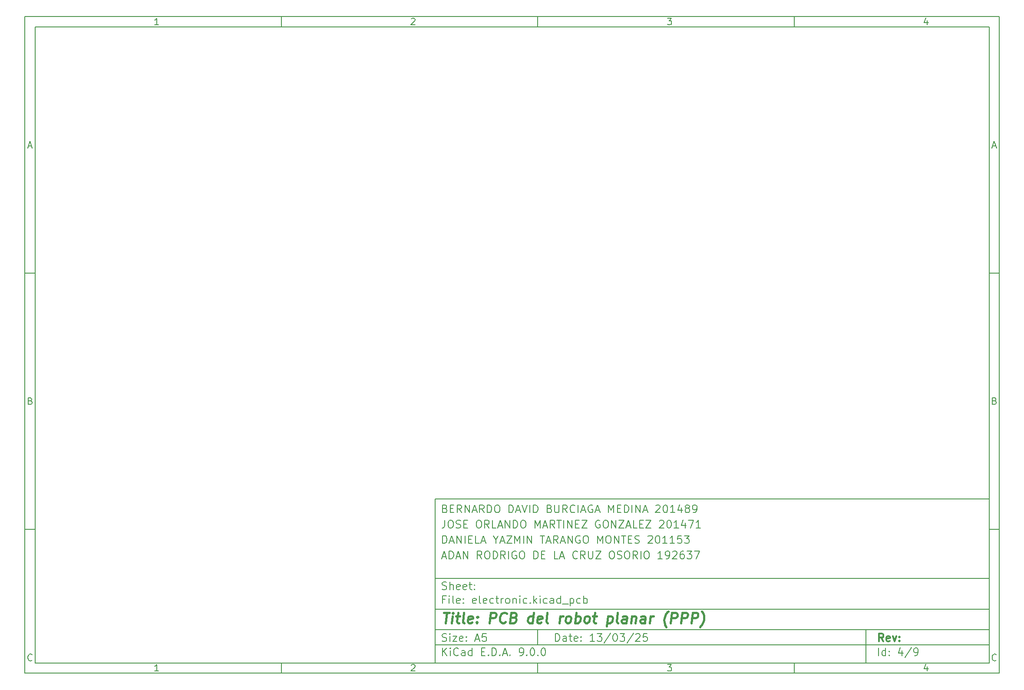
<source format=gbr>
%TF.GenerationSoftware,KiCad,Pcbnew,9.0.0*%
%TF.CreationDate,2025-03-13T19:48:29-06:00*%
%TF.ProjectId,electronic,656c6563-7472-46f6-9e69-632e6b696361,rev?*%
%TF.SameCoordinates,Original*%
%TF.FileFunction,Paste,Bot*%
%TF.FilePolarity,Positive*%
%FSLAX46Y46*%
G04 Gerber Fmt 4.6, Leading zero omitted, Abs format (unit mm)*
G04 Created by KiCad (PCBNEW 9.0.0) date 2025-03-13 19:48:29*
%MOMM*%
%LPD*%
G01*
G04 APERTURE LIST*
%ADD10C,0.100000*%
%ADD11C,0.150000*%
%ADD12C,0.300000*%
%ADD13C,0.400000*%
G04 APERTURE END LIST*
D10*
D11*
X90007200Y-104005800D02*
X198007200Y-104005800D01*
X198007200Y-136005800D01*
X90007200Y-136005800D01*
X90007200Y-104005800D01*
D10*
D11*
X10000000Y-10000000D02*
X200007200Y-10000000D01*
X200007200Y-138005800D01*
X10000000Y-138005800D01*
X10000000Y-10000000D01*
D10*
D11*
X12000000Y-12000000D02*
X198007200Y-12000000D01*
X198007200Y-136005800D01*
X12000000Y-136005800D01*
X12000000Y-12000000D01*
D10*
D11*
X60000000Y-12000000D02*
X60000000Y-10000000D01*
D10*
D11*
X110000000Y-12000000D02*
X110000000Y-10000000D01*
D10*
D11*
X160000000Y-12000000D02*
X160000000Y-10000000D01*
D10*
D11*
X36089160Y-11593604D02*
X35346303Y-11593604D01*
X35717731Y-11593604D02*
X35717731Y-10293604D01*
X35717731Y-10293604D02*
X35593922Y-10479319D01*
X35593922Y-10479319D02*
X35470112Y-10603128D01*
X35470112Y-10603128D02*
X35346303Y-10665033D01*
D10*
D11*
X85346303Y-10417414D02*
X85408207Y-10355509D01*
X85408207Y-10355509D02*
X85532017Y-10293604D01*
X85532017Y-10293604D02*
X85841541Y-10293604D01*
X85841541Y-10293604D02*
X85965350Y-10355509D01*
X85965350Y-10355509D02*
X86027255Y-10417414D01*
X86027255Y-10417414D02*
X86089160Y-10541223D01*
X86089160Y-10541223D02*
X86089160Y-10665033D01*
X86089160Y-10665033D02*
X86027255Y-10850747D01*
X86027255Y-10850747D02*
X85284398Y-11593604D01*
X85284398Y-11593604D02*
X86089160Y-11593604D01*
D10*
D11*
X135284398Y-10293604D02*
X136089160Y-10293604D01*
X136089160Y-10293604D02*
X135655826Y-10788842D01*
X135655826Y-10788842D02*
X135841541Y-10788842D01*
X135841541Y-10788842D02*
X135965350Y-10850747D01*
X135965350Y-10850747D02*
X136027255Y-10912652D01*
X136027255Y-10912652D02*
X136089160Y-11036461D01*
X136089160Y-11036461D02*
X136089160Y-11345985D01*
X136089160Y-11345985D02*
X136027255Y-11469795D01*
X136027255Y-11469795D02*
X135965350Y-11531700D01*
X135965350Y-11531700D02*
X135841541Y-11593604D01*
X135841541Y-11593604D02*
X135470112Y-11593604D01*
X135470112Y-11593604D02*
X135346303Y-11531700D01*
X135346303Y-11531700D02*
X135284398Y-11469795D01*
D10*
D11*
X185965350Y-10726938D02*
X185965350Y-11593604D01*
X185655826Y-10231700D02*
X185346303Y-11160271D01*
X185346303Y-11160271D02*
X186151064Y-11160271D01*
D10*
D11*
X60000000Y-136005800D02*
X60000000Y-138005800D01*
D10*
D11*
X110000000Y-136005800D02*
X110000000Y-138005800D01*
D10*
D11*
X160000000Y-136005800D02*
X160000000Y-138005800D01*
D10*
D11*
X36089160Y-137599404D02*
X35346303Y-137599404D01*
X35717731Y-137599404D02*
X35717731Y-136299404D01*
X35717731Y-136299404D02*
X35593922Y-136485119D01*
X35593922Y-136485119D02*
X35470112Y-136608928D01*
X35470112Y-136608928D02*
X35346303Y-136670833D01*
D10*
D11*
X85346303Y-136423214D02*
X85408207Y-136361309D01*
X85408207Y-136361309D02*
X85532017Y-136299404D01*
X85532017Y-136299404D02*
X85841541Y-136299404D01*
X85841541Y-136299404D02*
X85965350Y-136361309D01*
X85965350Y-136361309D02*
X86027255Y-136423214D01*
X86027255Y-136423214D02*
X86089160Y-136547023D01*
X86089160Y-136547023D02*
X86089160Y-136670833D01*
X86089160Y-136670833D02*
X86027255Y-136856547D01*
X86027255Y-136856547D02*
X85284398Y-137599404D01*
X85284398Y-137599404D02*
X86089160Y-137599404D01*
D10*
D11*
X135284398Y-136299404D02*
X136089160Y-136299404D01*
X136089160Y-136299404D02*
X135655826Y-136794642D01*
X135655826Y-136794642D02*
X135841541Y-136794642D01*
X135841541Y-136794642D02*
X135965350Y-136856547D01*
X135965350Y-136856547D02*
X136027255Y-136918452D01*
X136027255Y-136918452D02*
X136089160Y-137042261D01*
X136089160Y-137042261D02*
X136089160Y-137351785D01*
X136089160Y-137351785D02*
X136027255Y-137475595D01*
X136027255Y-137475595D02*
X135965350Y-137537500D01*
X135965350Y-137537500D02*
X135841541Y-137599404D01*
X135841541Y-137599404D02*
X135470112Y-137599404D01*
X135470112Y-137599404D02*
X135346303Y-137537500D01*
X135346303Y-137537500D02*
X135284398Y-137475595D01*
D10*
D11*
X185965350Y-136732738D02*
X185965350Y-137599404D01*
X185655826Y-136237500D02*
X185346303Y-137166071D01*
X185346303Y-137166071D02*
X186151064Y-137166071D01*
D10*
D11*
X10000000Y-60000000D02*
X12000000Y-60000000D01*
D10*
D11*
X10000000Y-110000000D02*
X12000000Y-110000000D01*
D10*
D11*
X10690476Y-35222176D02*
X11309523Y-35222176D01*
X10566666Y-35593604D02*
X10999999Y-34293604D01*
X10999999Y-34293604D02*
X11433333Y-35593604D01*
D10*
D11*
X11092857Y-84912652D02*
X11278571Y-84974557D01*
X11278571Y-84974557D02*
X11340476Y-85036461D01*
X11340476Y-85036461D02*
X11402380Y-85160271D01*
X11402380Y-85160271D02*
X11402380Y-85345985D01*
X11402380Y-85345985D02*
X11340476Y-85469795D01*
X11340476Y-85469795D02*
X11278571Y-85531700D01*
X11278571Y-85531700D02*
X11154761Y-85593604D01*
X11154761Y-85593604D02*
X10659523Y-85593604D01*
X10659523Y-85593604D02*
X10659523Y-84293604D01*
X10659523Y-84293604D02*
X11092857Y-84293604D01*
X11092857Y-84293604D02*
X11216666Y-84355509D01*
X11216666Y-84355509D02*
X11278571Y-84417414D01*
X11278571Y-84417414D02*
X11340476Y-84541223D01*
X11340476Y-84541223D02*
X11340476Y-84665033D01*
X11340476Y-84665033D02*
X11278571Y-84788842D01*
X11278571Y-84788842D02*
X11216666Y-84850747D01*
X11216666Y-84850747D02*
X11092857Y-84912652D01*
X11092857Y-84912652D02*
X10659523Y-84912652D01*
D10*
D11*
X11402380Y-135469795D02*
X11340476Y-135531700D01*
X11340476Y-135531700D02*
X11154761Y-135593604D01*
X11154761Y-135593604D02*
X11030952Y-135593604D01*
X11030952Y-135593604D02*
X10845238Y-135531700D01*
X10845238Y-135531700D02*
X10721428Y-135407890D01*
X10721428Y-135407890D02*
X10659523Y-135284080D01*
X10659523Y-135284080D02*
X10597619Y-135036461D01*
X10597619Y-135036461D02*
X10597619Y-134850747D01*
X10597619Y-134850747D02*
X10659523Y-134603128D01*
X10659523Y-134603128D02*
X10721428Y-134479319D01*
X10721428Y-134479319D02*
X10845238Y-134355509D01*
X10845238Y-134355509D02*
X11030952Y-134293604D01*
X11030952Y-134293604D02*
X11154761Y-134293604D01*
X11154761Y-134293604D02*
X11340476Y-134355509D01*
X11340476Y-134355509D02*
X11402380Y-134417414D01*
D10*
D11*
X200007200Y-60000000D02*
X198007200Y-60000000D01*
D10*
D11*
X200007200Y-110000000D02*
X198007200Y-110000000D01*
D10*
D11*
X198697676Y-35222176D02*
X199316723Y-35222176D01*
X198573866Y-35593604D02*
X199007199Y-34293604D01*
X199007199Y-34293604D02*
X199440533Y-35593604D01*
D10*
D11*
X199100057Y-84912652D02*
X199285771Y-84974557D01*
X199285771Y-84974557D02*
X199347676Y-85036461D01*
X199347676Y-85036461D02*
X199409580Y-85160271D01*
X199409580Y-85160271D02*
X199409580Y-85345985D01*
X199409580Y-85345985D02*
X199347676Y-85469795D01*
X199347676Y-85469795D02*
X199285771Y-85531700D01*
X199285771Y-85531700D02*
X199161961Y-85593604D01*
X199161961Y-85593604D02*
X198666723Y-85593604D01*
X198666723Y-85593604D02*
X198666723Y-84293604D01*
X198666723Y-84293604D02*
X199100057Y-84293604D01*
X199100057Y-84293604D02*
X199223866Y-84355509D01*
X199223866Y-84355509D02*
X199285771Y-84417414D01*
X199285771Y-84417414D02*
X199347676Y-84541223D01*
X199347676Y-84541223D02*
X199347676Y-84665033D01*
X199347676Y-84665033D02*
X199285771Y-84788842D01*
X199285771Y-84788842D02*
X199223866Y-84850747D01*
X199223866Y-84850747D02*
X199100057Y-84912652D01*
X199100057Y-84912652D02*
X198666723Y-84912652D01*
D10*
D11*
X199409580Y-135469795D02*
X199347676Y-135531700D01*
X199347676Y-135531700D02*
X199161961Y-135593604D01*
X199161961Y-135593604D02*
X199038152Y-135593604D01*
X199038152Y-135593604D02*
X198852438Y-135531700D01*
X198852438Y-135531700D02*
X198728628Y-135407890D01*
X198728628Y-135407890D02*
X198666723Y-135284080D01*
X198666723Y-135284080D02*
X198604819Y-135036461D01*
X198604819Y-135036461D02*
X198604819Y-134850747D01*
X198604819Y-134850747D02*
X198666723Y-134603128D01*
X198666723Y-134603128D02*
X198728628Y-134479319D01*
X198728628Y-134479319D02*
X198852438Y-134355509D01*
X198852438Y-134355509D02*
X199038152Y-134293604D01*
X199038152Y-134293604D02*
X199161961Y-134293604D01*
X199161961Y-134293604D02*
X199347676Y-134355509D01*
X199347676Y-134355509D02*
X199409580Y-134417414D01*
D10*
D11*
X113463026Y-131791928D02*
X113463026Y-130291928D01*
X113463026Y-130291928D02*
X113820169Y-130291928D01*
X113820169Y-130291928D02*
X114034455Y-130363357D01*
X114034455Y-130363357D02*
X114177312Y-130506214D01*
X114177312Y-130506214D02*
X114248741Y-130649071D01*
X114248741Y-130649071D02*
X114320169Y-130934785D01*
X114320169Y-130934785D02*
X114320169Y-131149071D01*
X114320169Y-131149071D02*
X114248741Y-131434785D01*
X114248741Y-131434785D02*
X114177312Y-131577642D01*
X114177312Y-131577642D02*
X114034455Y-131720500D01*
X114034455Y-131720500D02*
X113820169Y-131791928D01*
X113820169Y-131791928D02*
X113463026Y-131791928D01*
X115605884Y-131791928D02*
X115605884Y-131006214D01*
X115605884Y-131006214D02*
X115534455Y-130863357D01*
X115534455Y-130863357D02*
X115391598Y-130791928D01*
X115391598Y-130791928D02*
X115105884Y-130791928D01*
X115105884Y-130791928D02*
X114963026Y-130863357D01*
X115605884Y-131720500D02*
X115463026Y-131791928D01*
X115463026Y-131791928D02*
X115105884Y-131791928D01*
X115105884Y-131791928D02*
X114963026Y-131720500D01*
X114963026Y-131720500D02*
X114891598Y-131577642D01*
X114891598Y-131577642D02*
X114891598Y-131434785D01*
X114891598Y-131434785D02*
X114963026Y-131291928D01*
X114963026Y-131291928D02*
X115105884Y-131220500D01*
X115105884Y-131220500D02*
X115463026Y-131220500D01*
X115463026Y-131220500D02*
X115605884Y-131149071D01*
X116105884Y-130791928D02*
X116677312Y-130791928D01*
X116320169Y-130291928D02*
X116320169Y-131577642D01*
X116320169Y-131577642D02*
X116391598Y-131720500D01*
X116391598Y-131720500D02*
X116534455Y-131791928D01*
X116534455Y-131791928D02*
X116677312Y-131791928D01*
X117748741Y-131720500D02*
X117605884Y-131791928D01*
X117605884Y-131791928D02*
X117320170Y-131791928D01*
X117320170Y-131791928D02*
X117177312Y-131720500D01*
X117177312Y-131720500D02*
X117105884Y-131577642D01*
X117105884Y-131577642D02*
X117105884Y-131006214D01*
X117105884Y-131006214D02*
X117177312Y-130863357D01*
X117177312Y-130863357D02*
X117320170Y-130791928D01*
X117320170Y-130791928D02*
X117605884Y-130791928D01*
X117605884Y-130791928D02*
X117748741Y-130863357D01*
X117748741Y-130863357D02*
X117820170Y-131006214D01*
X117820170Y-131006214D02*
X117820170Y-131149071D01*
X117820170Y-131149071D02*
X117105884Y-131291928D01*
X118463026Y-131649071D02*
X118534455Y-131720500D01*
X118534455Y-131720500D02*
X118463026Y-131791928D01*
X118463026Y-131791928D02*
X118391598Y-131720500D01*
X118391598Y-131720500D02*
X118463026Y-131649071D01*
X118463026Y-131649071D02*
X118463026Y-131791928D01*
X118463026Y-130863357D02*
X118534455Y-130934785D01*
X118534455Y-130934785D02*
X118463026Y-131006214D01*
X118463026Y-131006214D02*
X118391598Y-130934785D01*
X118391598Y-130934785D02*
X118463026Y-130863357D01*
X118463026Y-130863357D02*
X118463026Y-131006214D01*
X121105884Y-131791928D02*
X120248741Y-131791928D01*
X120677312Y-131791928D02*
X120677312Y-130291928D01*
X120677312Y-130291928D02*
X120534455Y-130506214D01*
X120534455Y-130506214D02*
X120391598Y-130649071D01*
X120391598Y-130649071D02*
X120248741Y-130720500D01*
X121605883Y-130291928D02*
X122534455Y-130291928D01*
X122534455Y-130291928D02*
X122034455Y-130863357D01*
X122034455Y-130863357D02*
X122248740Y-130863357D01*
X122248740Y-130863357D02*
X122391598Y-130934785D01*
X122391598Y-130934785D02*
X122463026Y-131006214D01*
X122463026Y-131006214D02*
X122534455Y-131149071D01*
X122534455Y-131149071D02*
X122534455Y-131506214D01*
X122534455Y-131506214D02*
X122463026Y-131649071D01*
X122463026Y-131649071D02*
X122391598Y-131720500D01*
X122391598Y-131720500D02*
X122248740Y-131791928D01*
X122248740Y-131791928D02*
X121820169Y-131791928D01*
X121820169Y-131791928D02*
X121677312Y-131720500D01*
X121677312Y-131720500D02*
X121605883Y-131649071D01*
X124248740Y-130220500D02*
X122963026Y-132149071D01*
X125034455Y-130291928D02*
X125177312Y-130291928D01*
X125177312Y-130291928D02*
X125320169Y-130363357D01*
X125320169Y-130363357D02*
X125391598Y-130434785D01*
X125391598Y-130434785D02*
X125463026Y-130577642D01*
X125463026Y-130577642D02*
X125534455Y-130863357D01*
X125534455Y-130863357D02*
X125534455Y-131220500D01*
X125534455Y-131220500D02*
X125463026Y-131506214D01*
X125463026Y-131506214D02*
X125391598Y-131649071D01*
X125391598Y-131649071D02*
X125320169Y-131720500D01*
X125320169Y-131720500D02*
X125177312Y-131791928D01*
X125177312Y-131791928D02*
X125034455Y-131791928D01*
X125034455Y-131791928D02*
X124891598Y-131720500D01*
X124891598Y-131720500D02*
X124820169Y-131649071D01*
X124820169Y-131649071D02*
X124748740Y-131506214D01*
X124748740Y-131506214D02*
X124677312Y-131220500D01*
X124677312Y-131220500D02*
X124677312Y-130863357D01*
X124677312Y-130863357D02*
X124748740Y-130577642D01*
X124748740Y-130577642D02*
X124820169Y-130434785D01*
X124820169Y-130434785D02*
X124891598Y-130363357D01*
X124891598Y-130363357D02*
X125034455Y-130291928D01*
X126034454Y-130291928D02*
X126963026Y-130291928D01*
X126963026Y-130291928D02*
X126463026Y-130863357D01*
X126463026Y-130863357D02*
X126677311Y-130863357D01*
X126677311Y-130863357D02*
X126820169Y-130934785D01*
X126820169Y-130934785D02*
X126891597Y-131006214D01*
X126891597Y-131006214D02*
X126963026Y-131149071D01*
X126963026Y-131149071D02*
X126963026Y-131506214D01*
X126963026Y-131506214D02*
X126891597Y-131649071D01*
X126891597Y-131649071D02*
X126820169Y-131720500D01*
X126820169Y-131720500D02*
X126677311Y-131791928D01*
X126677311Y-131791928D02*
X126248740Y-131791928D01*
X126248740Y-131791928D02*
X126105883Y-131720500D01*
X126105883Y-131720500D02*
X126034454Y-131649071D01*
X128677311Y-130220500D02*
X127391597Y-132149071D01*
X129105883Y-130434785D02*
X129177311Y-130363357D01*
X129177311Y-130363357D02*
X129320169Y-130291928D01*
X129320169Y-130291928D02*
X129677311Y-130291928D01*
X129677311Y-130291928D02*
X129820169Y-130363357D01*
X129820169Y-130363357D02*
X129891597Y-130434785D01*
X129891597Y-130434785D02*
X129963026Y-130577642D01*
X129963026Y-130577642D02*
X129963026Y-130720500D01*
X129963026Y-130720500D02*
X129891597Y-130934785D01*
X129891597Y-130934785D02*
X129034454Y-131791928D01*
X129034454Y-131791928D02*
X129963026Y-131791928D01*
X131320168Y-130291928D02*
X130605882Y-130291928D01*
X130605882Y-130291928D02*
X130534454Y-131006214D01*
X130534454Y-131006214D02*
X130605882Y-130934785D01*
X130605882Y-130934785D02*
X130748740Y-130863357D01*
X130748740Y-130863357D02*
X131105882Y-130863357D01*
X131105882Y-130863357D02*
X131248740Y-130934785D01*
X131248740Y-130934785D02*
X131320168Y-131006214D01*
X131320168Y-131006214D02*
X131391597Y-131149071D01*
X131391597Y-131149071D02*
X131391597Y-131506214D01*
X131391597Y-131506214D02*
X131320168Y-131649071D01*
X131320168Y-131649071D02*
X131248740Y-131720500D01*
X131248740Y-131720500D02*
X131105882Y-131791928D01*
X131105882Y-131791928D02*
X130748740Y-131791928D01*
X130748740Y-131791928D02*
X130605882Y-131720500D01*
X130605882Y-131720500D02*
X130534454Y-131649071D01*
D10*
D11*
X90007200Y-132505800D02*
X198007200Y-132505800D01*
D10*
D11*
X91463026Y-134591928D02*
X91463026Y-133091928D01*
X92320169Y-134591928D02*
X91677312Y-133734785D01*
X92320169Y-133091928D02*
X91463026Y-133949071D01*
X92963026Y-134591928D02*
X92963026Y-133591928D01*
X92963026Y-133091928D02*
X92891598Y-133163357D01*
X92891598Y-133163357D02*
X92963026Y-133234785D01*
X92963026Y-133234785D02*
X93034455Y-133163357D01*
X93034455Y-133163357D02*
X92963026Y-133091928D01*
X92963026Y-133091928D02*
X92963026Y-133234785D01*
X94534455Y-134449071D02*
X94463027Y-134520500D01*
X94463027Y-134520500D02*
X94248741Y-134591928D01*
X94248741Y-134591928D02*
X94105884Y-134591928D01*
X94105884Y-134591928D02*
X93891598Y-134520500D01*
X93891598Y-134520500D02*
X93748741Y-134377642D01*
X93748741Y-134377642D02*
X93677312Y-134234785D01*
X93677312Y-134234785D02*
X93605884Y-133949071D01*
X93605884Y-133949071D02*
X93605884Y-133734785D01*
X93605884Y-133734785D02*
X93677312Y-133449071D01*
X93677312Y-133449071D02*
X93748741Y-133306214D01*
X93748741Y-133306214D02*
X93891598Y-133163357D01*
X93891598Y-133163357D02*
X94105884Y-133091928D01*
X94105884Y-133091928D02*
X94248741Y-133091928D01*
X94248741Y-133091928D02*
X94463027Y-133163357D01*
X94463027Y-133163357D02*
X94534455Y-133234785D01*
X95820170Y-134591928D02*
X95820170Y-133806214D01*
X95820170Y-133806214D02*
X95748741Y-133663357D01*
X95748741Y-133663357D02*
X95605884Y-133591928D01*
X95605884Y-133591928D02*
X95320170Y-133591928D01*
X95320170Y-133591928D02*
X95177312Y-133663357D01*
X95820170Y-134520500D02*
X95677312Y-134591928D01*
X95677312Y-134591928D02*
X95320170Y-134591928D01*
X95320170Y-134591928D02*
X95177312Y-134520500D01*
X95177312Y-134520500D02*
X95105884Y-134377642D01*
X95105884Y-134377642D02*
X95105884Y-134234785D01*
X95105884Y-134234785D02*
X95177312Y-134091928D01*
X95177312Y-134091928D02*
X95320170Y-134020500D01*
X95320170Y-134020500D02*
X95677312Y-134020500D01*
X95677312Y-134020500D02*
X95820170Y-133949071D01*
X97177313Y-134591928D02*
X97177313Y-133091928D01*
X97177313Y-134520500D02*
X97034455Y-134591928D01*
X97034455Y-134591928D02*
X96748741Y-134591928D01*
X96748741Y-134591928D02*
X96605884Y-134520500D01*
X96605884Y-134520500D02*
X96534455Y-134449071D01*
X96534455Y-134449071D02*
X96463027Y-134306214D01*
X96463027Y-134306214D02*
X96463027Y-133877642D01*
X96463027Y-133877642D02*
X96534455Y-133734785D01*
X96534455Y-133734785D02*
X96605884Y-133663357D01*
X96605884Y-133663357D02*
X96748741Y-133591928D01*
X96748741Y-133591928D02*
X97034455Y-133591928D01*
X97034455Y-133591928D02*
X97177313Y-133663357D01*
X99034455Y-133806214D02*
X99534455Y-133806214D01*
X99748741Y-134591928D02*
X99034455Y-134591928D01*
X99034455Y-134591928D02*
X99034455Y-133091928D01*
X99034455Y-133091928D02*
X99748741Y-133091928D01*
X100391598Y-134449071D02*
X100463027Y-134520500D01*
X100463027Y-134520500D02*
X100391598Y-134591928D01*
X100391598Y-134591928D02*
X100320170Y-134520500D01*
X100320170Y-134520500D02*
X100391598Y-134449071D01*
X100391598Y-134449071D02*
X100391598Y-134591928D01*
X101105884Y-134591928D02*
X101105884Y-133091928D01*
X101105884Y-133091928D02*
X101463027Y-133091928D01*
X101463027Y-133091928D02*
X101677313Y-133163357D01*
X101677313Y-133163357D02*
X101820170Y-133306214D01*
X101820170Y-133306214D02*
X101891599Y-133449071D01*
X101891599Y-133449071D02*
X101963027Y-133734785D01*
X101963027Y-133734785D02*
X101963027Y-133949071D01*
X101963027Y-133949071D02*
X101891599Y-134234785D01*
X101891599Y-134234785D02*
X101820170Y-134377642D01*
X101820170Y-134377642D02*
X101677313Y-134520500D01*
X101677313Y-134520500D02*
X101463027Y-134591928D01*
X101463027Y-134591928D02*
X101105884Y-134591928D01*
X102605884Y-134449071D02*
X102677313Y-134520500D01*
X102677313Y-134520500D02*
X102605884Y-134591928D01*
X102605884Y-134591928D02*
X102534456Y-134520500D01*
X102534456Y-134520500D02*
X102605884Y-134449071D01*
X102605884Y-134449071D02*
X102605884Y-134591928D01*
X103248742Y-134163357D02*
X103963028Y-134163357D01*
X103105885Y-134591928D02*
X103605885Y-133091928D01*
X103605885Y-133091928D02*
X104105885Y-134591928D01*
X104605884Y-134449071D02*
X104677313Y-134520500D01*
X104677313Y-134520500D02*
X104605884Y-134591928D01*
X104605884Y-134591928D02*
X104534456Y-134520500D01*
X104534456Y-134520500D02*
X104605884Y-134449071D01*
X104605884Y-134449071D02*
X104605884Y-134591928D01*
X106534456Y-134591928D02*
X106820170Y-134591928D01*
X106820170Y-134591928D02*
X106963027Y-134520500D01*
X106963027Y-134520500D02*
X107034456Y-134449071D01*
X107034456Y-134449071D02*
X107177313Y-134234785D01*
X107177313Y-134234785D02*
X107248742Y-133949071D01*
X107248742Y-133949071D02*
X107248742Y-133377642D01*
X107248742Y-133377642D02*
X107177313Y-133234785D01*
X107177313Y-133234785D02*
X107105885Y-133163357D01*
X107105885Y-133163357D02*
X106963027Y-133091928D01*
X106963027Y-133091928D02*
X106677313Y-133091928D01*
X106677313Y-133091928D02*
X106534456Y-133163357D01*
X106534456Y-133163357D02*
X106463027Y-133234785D01*
X106463027Y-133234785D02*
X106391599Y-133377642D01*
X106391599Y-133377642D02*
X106391599Y-133734785D01*
X106391599Y-133734785D02*
X106463027Y-133877642D01*
X106463027Y-133877642D02*
X106534456Y-133949071D01*
X106534456Y-133949071D02*
X106677313Y-134020500D01*
X106677313Y-134020500D02*
X106963027Y-134020500D01*
X106963027Y-134020500D02*
X107105885Y-133949071D01*
X107105885Y-133949071D02*
X107177313Y-133877642D01*
X107177313Y-133877642D02*
X107248742Y-133734785D01*
X107891598Y-134449071D02*
X107963027Y-134520500D01*
X107963027Y-134520500D02*
X107891598Y-134591928D01*
X107891598Y-134591928D02*
X107820170Y-134520500D01*
X107820170Y-134520500D02*
X107891598Y-134449071D01*
X107891598Y-134449071D02*
X107891598Y-134591928D01*
X108891599Y-133091928D02*
X109034456Y-133091928D01*
X109034456Y-133091928D02*
X109177313Y-133163357D01*
X109177313Y-133163357D02*
X109248742Y-133234785D01*
X109248742Y-133234785D02*
X109320170Y-133377642D01*
X109320170Y-133377642D02*
X109391599Y-133663357D01*
X109391599Y-133663357D02*
X109391599Y-134020500D01*
X109391599Y-134020500D02*
X109320170Y-134306214D01*
X109320170Y-134306214D02*
X109248742Y-134449071D01*
X109248742Y-134449071D02*
X109177313Y-134520500D01*
X109177313Y-134520500D02*
X109034456Y-134591928D01*
X109034456Y-134591928D02*
X108891599Y-134591928D01*
X108891599Y-134591928D02*
X108748742Y-134520500D01*
X108748742Y-134520500D02*
X108677313Y-134449071D01*
X108677313Y-134449071D02*
X108605884Y-134306214D01*
X108605884Y-134306214D02*
X108534456Y-134020500D01*
X108534456Y-134020500D02*
X108534456Y-133663357D01*
X108534456Y-133663357D02*
X108605884Y-133377642D01*
X108605884Y-133377642D02*
X108677313Y-133234785D01*
X108677313Y-133234785D02*
X108748742Y-133163357D01*
X108748742Y-133163357D02*
X108891599Y-133091928D01*
X110034455Y-134449071D02*
X110105884Y-134520500D01*
X110105884Y-134520500D02*
X110034455Y-134591928D01*
X110034455Y-134591928D02*
X109963027Y-134520500D01*
X109963027Y-134520500D02*
X110034455Y-134449071D01*
X110034455Y-134449071D02*
X110034455Y-134591928D01*
X111034456Y-133091928D02*
X111177313Y-133091928D01*
X111177313Y-133091928D02*
X111320170Y-133163357D01*
X111320170Y-133163357D02*
X111391599Y-133234785D01*
X111391599Y-133234785D02*
X111463027Y-133377642D01*
X111463027Y-133377642D02*
X111534456Y-133663357D01*
X111534456Y-133663357D02*
X111534456Y-134020500D01*
X111534456Y-134020500D02*
X111463027Y-134306214D01*
X111463027Y-134306214D02*
X111391599Y-134449071D01*
X111391599Y-134449071D02*
X111320170Y-134520500D01*
X111320170Y-134520500D02*
X111177313Y-134591928D01*
X111177313Y-134591928D02*
X111034456Y-134591928D01*
X111034456Y-134591928D02*
X110891599Y-134520500D01*
X110891599Y-134520500D02*
X110820170Y-134449071D01*
X110820170Y-134449071D02*
X110748741Y-134306214D01*
X110748741Y-134306214D02*
X110677313Y-134020500D01*
X110677313Y-134020500D02*
X110677313Y-133663357D01*
X110677313Y-133663357D02*
X110748741Y-133377642D01*
X110748741Y-133377642D02*
X110820170Y-133234785D01*
X110820170Y-133234785D02*
X110891599Y-133163357D01*
X110891599Y-133163357D02*
X111034456Y-133091928D01*
D10*
D11*
X90007200Y-129505800D02*
X198007200Y-129505800D01*
D10*
D12*
X177418853Y-131784128D02*
X176918853Y-131069842D01*
X176561710Y-131784128D02*
X176561710Y-130284128D01*
X176561710Y-130284128D02*
X177133139Y-130284128D01*
X177133139Y-130284128D02*
X177275996Y-130355557D01*
X177275996Y-130355557D02*
X177347425Y-130426985D01*
X177347425Y-130426985D02*
X177418853Y-130569842D01*
X177418853Y-130569842D02*
X177418853Y-130784128D01*
X177418853Y-130784128D02*
X177347425Y-130926985D01*
X177347425Y-130926985D02*
X177275996Y-130998414D01*
X177275996Y-130998414D02*
X177133139Y-131069842D01*
X177133139Y-131069842D02*
X176561710Y-131069842D01*
X178633139Y-131712700D02*
X178490282Y-131784128D01*
X178490282Y-131784128D02*
X178204568Y-131784128D01*
X178204568Y-131784128D02*
X178061710Y-131712700D01*
X178061710Y-131712700D02*
X177990282Y-131569842D01*
X177990282Y-131569842D02*
X177990282Y-130998414D01*
X177990282Y-130998414D02*
X178061710Y-130855557D01*
X178061710Y-130855557D02*
X178204568Y-130784128D01*
X178204568Y-130784128D02*
X178490282Y-130784128D01*
X178490282Y-130784128D02*
X178633139Y-130855557D01*
X178633139Y-130855557D02*
X178704568Y-130998414D01*
X178704568Y-130998414D02*
X178704568Y-131141271D01*
X178704568Y-131141271D02*
X177990282Y-131284128D01*
X179204567Y-130784128D02*
X179561710Y-131784128D01*
X179561710Y-131784128D02*
X179918853Y-130784128D01*
X180490281Y-131641271D02*
X180561710Y-131712700D01*
X180561710Y-131712700D02*
X180490281Y-131784128D01*
X180490281Y-131784128D02*
X180418853Y-131712700D01*
X180418853Y-131712700D02*
X180490281Y-131641271D01*
X180490281Y-131641271D02*
X180490281Y-131784128D01*
X180490281Y-130855557D02*
X180561710Y-130926985D01*
X180561710Y-130926985D02*
X180490281Y-130998414D01*
X180490281Y-130998414D02*
X180418853Y-130926985D01*
X180418853Y-130926985D02*
X180490281Y-130855557D01*
X180490281Y-130855557D02*
X180490281Y-130998414D01*
D10*
D11*
X91391598Y-131720500D02*
X91605884Y-131791928D01*
X91605884Y-131791928D02*
X91963026Y-131791928D01*
X91963026Y-131791928D02*
X92105884Y-131720500D01*
X92105884Y-131720500D02*
X92177312Y-131649071D01*
X92177312Y-131649071D02*
X92248741Y-131506214D01*
X92248741Y-131506214D02*
X92248741Y-131363357D01*
X92248741Y-131363357D02*
X92177312Y-131220500D01*
X92177312Y-131220500D02*
X92105884Y-131149071D01*
X92105884Y-131149071D02*
X91963026Y-131077642D01*
X91963026Y-131077642D02*
X91677312Y-131006214D01*
X91677312Y-131006214D02*
X91534455Y-130934785D01*
X91534455Y-130934785D02*
X91463026Y-130863357D01*
X91463026Y-130863357D02*
X91391598Y-130720500D01*
X91391598Y-130720500D02*
X91391598Y-130577642D01*
X91391598Y-130577642D02*
X91463026Y-130434785D01*
X91463026Y-130434785D02*
X91534455Y-130363357D01*
X91534455Y-130363357D02*
X91677312Y-130291928D01*
X91677312Y-130291928D02*
X92034455Y-130291928D01*
X92034455Y-130291928D02*
X92248741Y-130363357D01*
X92891597Y-131791928D02*
X92891597Y-130791928D01*
X92891597Y-130291928D02*
X92820169Y-130363357D01*
X92820169Y-130363357D02*
X92891597Y-130434785D01*
X92891597Y-130434785D02*
X92963026Y-130363357D01*
X92963026Y-130363357D02*
X92891597Y-130291928D01*
X92891597Y-130291928D02*
X92891597Y-130434785D01*
X93463026Y-130791928D02*
X94248741Y-130791928D01*
X94248741Y-130791928D02*
X93463026Y-131791928D01*
X93463026Y-131791928D02*
X94248741Y-131791928D01*
X95391598Y-131720500D02*
X95248741Y-131791928D01*
X95248741Y-131791928D02*
X94963027Y-131791928D01*
X94963027Y-131791928D02*
X94820169Y-131720500D01*
X94820169Y-131720500D02*
X94748741Y-131577642D01*
X94748741Y-131577642D02*
X94748741Y-131006214D01*
X94748741Y-131006214D02*
X94820169Y-130863357D01*
X94820169Y-130863357D02*
X94963027Y-130791928D01*
X94963027Y-130791928D02*
X95248741Y-130791928D01*
X95248741Y-130791928D02*
X95391598Y-130863357D01*
X95391598Y-130863357D02*
X95463027Y-131006214D01*
X95463027Y-131006214D02*
X95463027Y-131149071D01*
X95463027Y-131149071D02*
X94748741Y-131291928D01*
X96105883Y-131649071D02*
X96177312Y-131720500D01*
X96177312Y-131720500D02*
X96105883Y-131791928D01*
X96105883Y-131791928D02*
X96034455Y-131720500D01*
X96034455Y-131720500D02*
X96105883Y-131649071D01*
X96105883Y-131649071D02*
X96105883Y-131791928D01*
X96105883Y-130863357D02*
X96177312Y-130934785D01*
X96177312Y-130934785D02*
X96105883Y-131006214D01*
X96105883Y-131006214D02*
X96034455Y-130934785D01*
X96034455Y-130934785D02*
X96105883Y-130863357D01*
X96105883Y-130863357D02*
X96105883Y-131006214D01*
X97891598Y-131363357D02*
X98605884Y-131363357D01*
X97748741Y-131791928D02*
X98248741Y-130291928D01*
X98248741Y-130291928D02*
X98748741Y-131791928D01*
X99963026Y-130291928D02*
X99248740Y-130291928D01*
X99248740Y-130291928D02*
X99177312Y-131006214D01*
X99177312Y-131006214D02*
X99248740Y-130934785D01*
X99248740Y-130934785D02*
X99391598Y-130863357D01*
X99391598Y-130863357D02*
X99748740Y-130863357D01*
X99748740Y-130863357D02*
X99891598Y-130934785D01*
X99891598Y-130934785D02*
X99963026Y-131006214D01*
X99963026Y-131006214D02*
X100034455Y-131149071D01*
X100034455Y-131149071D02*
X100034455Y-131506214D01*
X100034455Y-131506214D02*
X99963026Y-131649071D01*
X99963026Y-131649071D02*
X99891598Y-131720500D01*
X99891598Y-131720500D02*
X99748740Y-131791928D01*
X99748740Y-131791928D02*
X99391598Y-131791928D01*
X99391598Y-131791928D02*
X99248740Y-131720500D01*
X99248740Y-131720500D02*
X99177312Y-131649071D01*
D10*
D11*
X176463026Y-134591928D02*
X176463026Y-133091928D01*
X177820170Y-134591928D02*
X177820170Y-133091928D01*
X177820170Y-134520500D02*
X177677312Y-134591928D01*
X177677312Y-134591928D02*
X177391598Y-134591928D01*
X177391598Y-134591928D02*
X177248741Y-134520500D01*
X177248741Y-134520500D02*
X177177312Y-134449071D01*
X177177312Y-134449071D02*
X177105884Y-134306214D01*
X177105884Y-134306214D02*
X177105884Y-133877642D01*
X177105884Y-133877642D02*
X177177312Y-133734785D01*
X177177312Y-133734785D02*
X177248741Y-133663357D01*
X177248741Y-133663357D02*
X177391598Y-133591928D01*
X177391598Y-133591928D02*
X177677312Y-133591928D01*
X177677312Y-133591928D02*
X177820170Y-133663357D01*
X178534455Y-134449071D02*
X178605884Y-134520500D01*
X178605884Y-134520500D02*
X178534455Y-134591928D01*
X178534455Y-134591928D02*
X178463027Y-134520500D01*
X178463027Y-134520500D02*
X178534455Y-134449071D01*
X178534455Y-134449071D02*
X178534455Y-134591928D01*
X178534455Y-133663357D02*
X178605884Y-133734785D01*
X178605884Y-133734785D02*
X178534455Y-133806214D01*
X178534455Y-133806214D02*
X178463027Y-133734785D01*
X178463027Y-133734785D02*
X178534455Y-133663357D01*
X178534455Y-133663357D02*
X178534455Y-133806214D01*
X181034456Y-133591928D02*
X181034456Y-134591928D01*
X180677313Y-133020500D02*
X180320170Y-134091928D01*
X180320170Y-134091928D02*
X181248741Y-134091928D01*
X182891598Y-133020500D02*
X181605884Y-134949071D01*
X183463027Y-134591928D02*
X183748741Y-134591928D01*
X183748741Y-134591928D02*
X183891598Y-134520500D01*
X183891598Y-134520500D02*
X183963027Y-134449071D01*
X183963027Y-134449071D02*
X184105884Y-134234785D01*
X184105884Y-134234785D02*
X184177313Y-133949071D01*
X184177313Y-133949071D02*
X184177313Y-133377642D01*
X184177313Y-133377642D02*
X184105884Y-133234785D01*
X184105884Y-133234785D02*
X184034456Y-133163357D01*
X184034456Y-133163357D02*
X183891598Y-133091928D01*
X183891598Y-133091928D02*
X183605884Y-133091928D01*
X183605884Y-133091928D02*
X183463027Y-133163357D01*
X183463027Y-133163357D02*
X183391598Y-133234785D01*
X183391598Y-133234785D02*
X183320170Y-133377642D01*
X183320170Y-133377642D02*
X183320170Y-133734785D01*
X183320170Y-133734785D02*
X183391598Y-133877642D01*
X183391598Y-133877642D02*
X183463027Y-133949071D01*
X183463027Y-133949071D02*
X183605884Y-134020500D01*
X183605884Y-134020500D02*
X183891598Y-134020500D01*
X183891598Y-134020500D02*
X184034456Y-133949071D01*
X184034456Y-133949071D02*
X184105884Y-133877642D01*
X184105884Y-133877642D02*
X184177313Y-133734785D01*
D10*
D11*
X90007200Y-125505800D02*
X198007200Y-125505800D01*
D10*
D13*
X91698928Y-126210238D02*
X92841785Y-126210238D01*
X92020357Y-128210238D02*
X92270357Y-126210238D01*
X93258452Y-128210238D02*
X93425119Y-126876904D01*
X93508452Y-126210238D02*
X93401309Y-126305476D01*
X93401309Y-126305476D02*
X93484643Y-126400714D01*
X93484643Y-126400714D02*
X93591786Y-126305476D01*
X93591786Y-126305476D02*
X93508452Y-126210238D01*
X93508452Y-126210238D02*
X93484643Y-126400714D01*
X94091786Y-126876904D02*
X94853690Y-126876904D01*
X94460833Y-126210238D02*
X94246548Y-127924523D01*
X94246548Y-127924523D02*
X94317976Y-128115000D01*
X94317976Y-128115000D02*
X94496548Y-128210238D01*
X94496548Y-128210238D02*
X94687024Y-128210238D01*
X95639405Y-128210238D02*
X95460833Y-128115000D01*
X95460833Y-128115000D02*
X95389405Y-127924523D01*
X95389405Y-127924523D02*
X95603690Y-126210238D01*
X97175119Y-128115000D02*
X96972738Y-128210238D01*
X96972738Y-128210238D02*
X96591785Y-128210238D01*
X96591785Y-128210238D02*
X96413214Y-128115000D01*
X96413214Y-128115000D02*
X96341785Y-127924523D01*
X96341785Y-127924523D02*
X96437024Y-127162619D01*
X96437024Y-127162619D02*
X96556071Y-126972142D01*
X96556071Y-126972142D02*
X96758452Y-126876904D01*
X96758452Y-126876904D02*
X97139404Y-126876904D01*
X97139404Y-126876904D02*
X97317976Y-126972142D01*
X97317976Y-126972142D02*
X97389404Y-127162619D01*
X97389404Y-127162619D02*
X97365595Y-127353095D01*
X97365595Y-127353095D02*
X96389404Y-127543571D01*
X98139405Y-128019761D02*
X98222738Y-128115000D01*
X98222738Y-128115000D02*
X98115595Y-128210238D01*
X98115595Y-128210238D02*
X98032262Y-128115000D01*
X98032262Y-128115000D02*
X98139405Y-128019761D01*
X98139405Y-128019761D02*
X98115595Y-128210238D01*
X98270357Y-126972142D02*
X98353690Y-127067380D01*
X98353690Y-127067380D02*
X98246548Y-127162619D01*
X98246548Y-127162619D02*
X98163214Y-127067380D01*
X98163214Y-127067380D02*
X98270357Y-126972142D01*
X98270357Y-126972142D02*
X98246548Y-127162619D01*
X100591786Y-128210238D02*
X100841786Y-126210238D01*
X100841786Y-126210238D02*
X101603691Y-126210238D01*
X101603691Y-126210238D02*
X101782262Y-126305476D01*
X101782262Y-126305476D02*
X101865596Y-126400714D01*
X101865596Y-126400714D02*
X101937024Y-126591190D01*
X101937024Y-126591190D02*
X101901310Y-126876904D01*
X101901310Y-126876904D02*
X101782262Y-127067380D01*
X101782262Y-127067380D02*
X101675120Y-127162619D01*
X101675120Y-127162619D02*
X101472739Y-127257857D01*
X101472739Y-127257857D02*
X100710834Y-127257857D01*
X103758453Y-128019761D02*
X103651310Y-128115000D01*
X103651310Y-128115000D02*
X103353691Y-128210238D01*
X103353691Y-128210238D02*
X103163215Y-128210238D01*
X103163215Y-128210238D02*
X102889405Y-128115000D01*
X102889405Y-128115000D02*
X102722739Y-127924523D01*
X102722739Y-127924523D02*
X102651310Y-127734047D01*
X102651310Y-127734047D02*
X102603691Y-127353095D01*
X102603691Y-127353095D02*
X102639405Y-127067380D01*
X102639405Y-127067380D02*
X102782262Y-126686428D01*
X102782262Y-126686428D02*
X102901310Y-126495952D01*
X102901310Y-126495952D02*
X103115596Y-126305476D01*
X103115596Y-126305476D02*
X103413215Y-126210238D01*
X103413215Y-126210238D02*
X103603691Y-126210238D01*
X103603691Y-126210238D02*
X103877501Y-126305476D01*
X103877501Y-126305476D02*
X103960834Y-126400714D01*
X105389405Y-127162619D02*
X105663215Y-127257857D01*
X105663215Y-127257857D02*
X105746548Y-127353095D01*
X105746548Y-127353095D02*
X105817977Y-127543571D01*
X105817977Y-127543571D02*
X105782262Y-127829285D01*
X105782262Y-127829285D02*
X105663215Y-128019761D01*
X105663215Y-128019761D02*
X105556072Y-128115000D01*
X105556072Y-128115000D02*
X105353691Y-128210238D01*
X105353691Y-128210238D02*
X104591786Y-128210238D01*
X104591786Y-128210238D02*
X104841786Y-126210238D01*
X104841786Y-126210238D02*
X105508453Y-126210238D01*
X105508453Y-126210238D02*
X105687024Y-126305476D01*
X105687024Y-126305476D02*
X105770358Y-126400714D01*
X105770358Y-126400714D02*
X105841786Y-126591190D01*
X105841786Y-126591190D02*
X105817977Y-126781666D01*
X105817977Y-126781666D02*
X105698929Y-126972142D01*
X105698929Y-126972142D02*
X105591786Y-127067380D01*
X105591786Y-127067380D02*
X105389405Y-127162619D01*
X105389405Y-127162619D02*
X104722739Y-127162619D01*
X108972739Y-128210238D02*
X109222739Y-126210238D01*
X108984644Y-128115000D02*
X108782263Y-128210238D01*
X108782263Y-128210238D02*
X108401311Y-128210238D01*
X108401311Y-128210238D02*
X108222739Y-128115000D01*
X108222739Y-128115000D02*
X108139406Y-128019761D01*
X108139406Y-128019761D02*
X108067977Y-127829285D01*
X108067977Y-127829285D02*
X108139406Y-127257857D01*
X108139406Y-127257857D02*
X108258453Y-127067380D01*
X108258453Y-127067380D02*
X108365596Y-126972142D01*
X108365596Y-126972142D02*
X108567977Y-126876904D01*
X108567977Y-126876904D02*
X108948930Y-126876904D01*
X108948930Y-126876904D02*
X109127501Y-126972142D01*
X110698930Y-128115000D02*
X110496549Y-128210238D01*
X110496549Y-128210238D02*
X110115596Y-128210238D01*
X110115596Y-128210238D02*
X109937025Y-128115000D01*
X109937025Y-128115000D02*
X109865596Y-127924523D01*
X109865596Y-127924523D02*
X109960835Y-127162619D01*
X109960835Y-127162619D02*
X110079882Y-126972142D01*
X110079882Y-126972142D02*
X110282263Y-126876904D01*
X110282263Y-126876904D02*
X110663215Y-126876904D01*
X110663215Y-126876904D02*
X110841787Y-126972142D01*
X110841787Y-126972142D02*
X110913215Y-127162619D01*
X110913215Y-127162619D02*
X110889406Y-127353095D01*
X110889406Y-127353095D02*
X109913215Y-127543571D01*
X111925121Y-128210238D02*
X111746549Y-128115000D01*
X111746549Y-128115000D02*
X111675121Y-127924523D01*
X111675121Y-127924523D02*
X111889406Y-126210238D01*
X114210835Y-128210238D02*
X114377502Y-126876904D01*
X114329883Y-127257857D02*
X114448930Y-127067380D01*
X114448930Y-127067380D02*
X114556073Y-126972142D01*
X114556073Y-126972142D02*
X114758454Y-126876904D01*
X114758454Y-126876904D02*
X114948930Y-126876904D01*
X115734645Y-128210238D02*
X115556073Y-128115000D01*
X115556073Y-128115000D02*
X115472740Y-128019761D01*
X115472740Y-128019761D02*
X115401311Y-127829285D01*
X115401311Y-127829285D02*
X115472740Y-127257857D01*
X115472740Y-127257857D02*
X115591787Y-127067380D01*
X115591787Y-127067380D02*
X115698930Y-126972142D01*
X115698930Y-126972142D02*
X115901311Y-126876904D01*
X115901311Y-126876904D02*
X116187025Y-126876904D01*
X116187025Y-126876904D02*
X116365597Y-126972142D01*
X116365597Y-126972142D02*
X116448930Y-127067380D01*
X116448930Y-127067380D02*
X116520359Y-127257857D01*
X116520359Y-127257857D02*
X116448930Y-127829285D01*
X116448930Y-127829285D02*
X116329883Y-128019761D01*
X116329883Y-128019761D02*
X116222740Y-128115000D01*
X116222740Y-128115000D02*
X116020359Y-128210238D01*
X116020359Y-128210238D02*
X115734645Y-128210238D01*
X117258454Y-128210238D02*
X117508454Y-126210238D01*
X117413216Y-126972142D02*
X117615597Y-126876904D01*
X117615597Y-126876904D02*
X117996549Y-126876904D01*
X117996549Y-126876904D02*
X118175121Y-126972142D01*
X118175121Y-126972142D02*
X118258454Y-127067380D01*
X118258454Y-127067380D02*
X118329883Y-127257857D01*
X118329883Y-127257857D02*
X118258454Y-127829285D01*
X118258454Y-127829285D02*
X118139407Y-128019761D01*
X118139407Y-128019761D02*
X118032264Y-128115000D01*
X118032264Y-128115000D02*
X117829883Y-128210238D01*
X117829883Y-128210238D02*
X117448930Y-128210238D01*
X117448930Y-128210238D02*
X117270359Y-128115000D01*
X119353693Y-128210238D02*
X119175121Y-128115000D01*
X119175121Y-128115000D02*
X119091788Y-128019761D01*
X119091788Y-128019761D02*
X119020359Y-127829285D01*
X119020359Y-127829285D02*
X119091788Y-127257857D01*
X119091788Y-127257857D02*
X119210835Y-127067380D01*
X119210835Y-127067380D02*
X119317978Y-126972142D01*
X119317978Y-126972142D02*
X119520359Y-126876904D01*
X119520359Y-126876904D02*
X119806073Y-126876904D01*
X119806073Y-126876904D02*
X119984645Y-126972142D01*
X119984645Y-126972142D02*
X120067978Y-127067380D01*
X120067978Y-127067380D02*
X120139407Y-127257857D01*
X120139407Y-127257857D02*
X120067978Y-127829285D01*
X120067978Y-127829285D02*
X119948931Y-128019761D01*
X119948931Y-128019761D02*
X119841788Y-128115000D01*
X119841788Y-128115000D02*
X119639407Y-128210238D01*
X119639407Y-128210238D02*
X119353693Y-128210238D01*
X120758455Y-126876904D02*
X121520359Y-126876904D01*
X121127502Y-126210238D02*
X120913217Y-127924523D01*
X120913217Y-127924523D02*
X120984645Y-128115000D01*
X120984645Y-128115000D02*
X121163217Y-128210238D01*
X121163217Y-128210238D02*
X121353693Y-128210238D01*
X123710836Y-126876904D02*
X123460836Y-128876904D01*
X123698931Y-126972142D02*
X123901312Y-126876904D01*
X123901312Y-126876904D02*
X124282264Y-126876904D01*
X124282264Y-126876904D02*
X124460836Y-126972142D01*
X124460836Y-126972142D02*
X124544169Y-127067380D01*
X124544169Y-127067380D02*
X124615598Y-127257857D01*
X124615598Y-127257857D02*
X124544169Y-127829285D01*
X124544169Y-127829285D02*
X124425122Y-128019761D01*
X124425122Y-128019761D02*
X124317979Y-128115000D01*
X124317979Y-128115000D02*
X124115598Y-128210238D01*
X124115598Y-128210238D02*
X123734645Y-128210238D01*
X123734645Y-128210238D02*
X123556074Y-128115000D01*
X125639408Y-128210238D02*
X125460836Y-128115000D01*
X125460836Y-128115000D02*
X125389408Y-127924523D01*
X125389408Y-127924523D02*
X125603693Y-126210238D01*
X127258455Y-128210238D02*
X127389407Y-127162619D01*
X127389407Y-127162619D02*
X127317979Y-126972142D01*
X127317979Y-126972142D02*
X127139407Y-126876904D01*
X127139407Y-126876904D02*
X126758455Y-126876904D01*
X126758455Y-126876904D02*
X126556074Y-126972142D01*
X127270360Y-128115000D02*
X127067979Y-128210238D01*
X127067979Y-128210238D02*
X126591788Y-128210238D01*
X126591788Y-128210238D02*
X126413217Y-128115000D01*
X126413217Y-128115000D02*
X126341788Y-127924523D01*
X126341788Y-127924523D02*
X126365598Y-127734047D01*
X126365598Y-127734047D02*
X126484646Y-127543571D01*
X126484646Y-127543571D02*
X126687027Y-127448333D01*
X126687027Y-127448333D02*
X127163217Y-127448333D01*
X127163217Y-127448333D02*
X127365598Y-127353095D01*
X128377503Y-126876904D02*
X128210836Y-128210238D01*
X128353693Y-127067380D02*
X128460836Y-126972142D01*
X128460836Y-126972142D02*
X128663217Y-126876904D01*
X128663217Y-126876904D02*
X128948931Y-126876904D01*
X128948931Y-126876904D02*
X129127503Y-126972142D01*
X129127503Y-126972142D02*
X129198931Y-127162619D01*
X129198931Y-127162619D02*
X129067979Y-128210238D01*
X130877503Y-128210238D02*
X131008455Y-127162619D01*
X131008455Y-127162619D02*
X130937027Y-126972142D01*
X130937027Y-126972142D02*
X130758455Y-126876904D01*
X130758455Y-126876904D02*
X130377503Y-126876904D01*
X130377503Y-126876904D02*
X130175122Y-126972142D01*
X130889408Y-128115000D02*
X130687027Y-128210238D01*
X130687027Y-128210238D02*
X130210836Y-128210238D01*
X130210836Y-128210238D02*
X130032265Y-128115000D01*
X130032265Y-128115000D02*
X129960836Y-127924523D01*
X129960836Y-127924523D02*
X129984646Y-127734047D01*
X129984646Y-127734047D02*
X130103694Y-127543571D01*
X130103694Y-127543571D02*
X130306075Y-127448333D01*
X130306075Y-127448333D02*
X130782265Y-127448333D01*
X130782265Y-127448333D02*
X130984646Y-127353095D01*
X131829884Y-128210238D02*
X131996551Y-126876904D01*
X131948932Y-127257857D02*
X132067979Y-127067380D01*
X132067979Y-127067380D02*
X132175122Y-126972142D01*
X132175122Y-126972142D02*
X132377503Y-126876904D01*
X132377503Y-126876904D02*
X132567979Y-126876904D01*
X135067980Y-128972142D02*
X134984646Y-128876904D01*
X134984646Y-128876904D02*
X134829884Y-128591190D01*
X134829884Y-128591190D02*
X134758456Y-128400714D01*
X134758456Y-128400714D02*
X134698932Y-128115000D01*
X134698932Y-128115000D02*
X134663218Y-127638809D01*
X134663218Y-127638809D02*
X134710837Y-127257857D01*
X134710837Y-127257857D02*
X134865599Y-126781666D01*
X134865599Y-126781666D02*
X134996551Y-126495952D01*
X134996551Y-126495952D02*
X135115599Y-126305476D01*
X135115599Y-126305476D02*
X135341789Y-126019761D01*
X135341789Y-126019761D02*
X135448932Y-125924523D01*
X135925122Y-128210238D02*
X136175122Y-126210238D01*
X136175122Y-126210238D02*
X136937027Y-126210238D01*
X136937027Y-126210238D02*
X137115598Y-126305476D01*
X137115598Y-126305476D02*
X137198932Y-126400714D01*
X137198932Y-126400714D02*
X137270360Y-126591190D01*
X137270360Y-126591190D02*
X137234646Y-126876904D01*
X137234646Y-126876904D02*
X137115598Y-127067380D01*
X137115598Y-127067380D02*
X137008456Y-127162619D01*
X137008456Y-127162619D02*
X136806075Y-127257857D01*
X136806075Y-127257857D02*
X136044170Y-127257857D01*
X137925122Y-128210238D02*
X138175122Y-126210238D01*
X138175122Y-126210238D02*
X138937027Y-126210238D01*
X138937027Y-126210238D02*
X139115598Y-126305476D01*
X139115598Y-126305476D02*
X139198932Y-126400714D01*
X139198932Y-126400714D02*
X139270360Y-126591190D01*
X139270360Y-126591190D02*
X139234646Y-126876904D01*
X139234646Y-126876904D02*
X139115598Y-127067380D01*
X139115598Y-127067380D02*
X139008456Y-127162619D01*
X139008456Y-127162619D02*
X138806075Y-127257857D01*
X138806075Y-127257857D02*
X138044170Y-127257857D01*
X139925122Y-128210238D02*
X140175122Y-126210238D01*
X140175122Y-126210238D02*
X140937027Y-126210238D01*
X140937027Y-126210238D02*
X141115598Y-126305476D01*
X141115598Y-126305476D02*
X141198932Y-126400714D01*
X141198932Y-126400714D02*
X141270360Y-126591190D01*
X141270360Y-126591190D02*
X141234646Y-126876904D01*
X141234646Y-126876904D02*
X141115598Y-127067380D01*
X141115598Y-127067380D02*
X141008456Y-127162619D01*
X141008456Y-127162619D02*
X140806075Y-127257857D01*
X140806075Y-127257857D02*
X140044170Y-127257857D01*
X141639408Y-128972142D02*
X141746551Y-128876904D01*
X141746551Y-128876904D02*
X141972741Y-128591190D01*
X141972741Y-128591190D02*
X142091789Y-128400714D01*
X142091789Y-128400714D02*
X142222741Y-128115000D01*
X142222741Y-128115000D02*
X142377503Y-127638809D01*
X142377503Y-127638809D02*
X142425122Y-127257857D01*
X142425122Y-127257857D02*
X142389408Y-126781666D01*
X142389408Y-126781666D02*
X142329884Y-126495952D01*
X142329884Y-126495952D02*
X142258456Y-126305476D01*
X142258456Y-126305476D02*
X142103694Y-126019761D01*
X142103694Y-126019761D02*
X142020360Y-125924523D01*
D10*
D11*
X91963026Y-123606214D02*
X91463026Y-123606214D01*
X91463026Y-124391928D02*
X91463026Y-122891928D01*
X91463026Y-122891928D02*
X92177312Y-122891928D01*
X92748740Y-124391928D02*
X92748740Y-123391928D01*
X92748740Y-122891928D02*
X92677312Y-122963357D01*
X92677312Y-122963357D02*
X92748740Y-123034785D01*
X92748740Y-123034785D02*
X92820169Y-122963357D01*
X92820169Y-122963357D02*
X92748740Y-122891928D01*
X92748740Y-122891928D02*
X92748740Y-123034785D01*
X93677312Y-124391928D02*
X93534455Y-124320500D01*
X93534455Y-124320500D02*
X93463026Y-124177642D01*
X93463026Y-124177642D02*
X93463026Y-122891928D01*
X94820169Y-124320500D02*
X94677312Y-124391928D01*
X94677312Y-124391928D02*
X94391598Y-124391928D01*
X94391598Y-124391928D02*
X94248740Y-124320500D01*
X94248740Y-124320500D02*
X94177312Y-124177642D01*
X94177312Y-124177642D02*
X94177312Y-123606214D01*
X94177312Y-123606214D02*
X94248740Y-123463357D01*
X94248740Y-123463357D02*
X94391598Y-123391928D01*
X94391598Y-123391928D02*
X94677312Y-123391928D01*
X94677312Y-123391928D02*
X94820169Y-123463357D01*
X94820169Y-123463357D02*
X94891598Y-123606214D01*
X94891598Y-123606214D02*
X94891598Y-123749071D01*
X94891598Y-123749071D02*
X94177312Y-123891928D01*
X95534454Y-124249071D02*
X95605883Y-124320500D01*
X95605883Y-124320500D02*
X95534454Y-124391928D01*
X95534454Y-124391928D02*
X95463026Y-124320500D01*
X95463026Y-124320500D02*
X95534454Y-124249071D01*
X95534454Y-124249071D02*
X95534454Y-124391928D01*
X95534454Y-123463357D02*
X95605883Y-123534785D01*
X95605883Y-123534785D02*
X95534454Y-123606214D01*
X95534454Y-123606214D02*
X95463026Y-123534785D01*
X95463026Y-123534785D02*
X95534454Y-123463357D01*
X95534454Y-123463357D02*
X95534454Y-123606214D01*
X97963026Y-124320500D02*
X97820169Y-124391928D01*
X97820169Y-124391928D02*
X97534455Y-124391928D01*
X97534455Y-124391928D02*
X97391597Y-124320500D01*
X97391597Y-124320500D02*
X97320169Y-124177642D01*
X97320169Y-124177642D02*
X97320169Y-123606214D01*
X97320169Y-123606214D02*
X97391597Y-123463357D01*
X97391597Y-123463357D02*
X97534455Y-123391928D01*
X97534455Y-123391928D02*
X97820169Y-123391928D01*
X97820169Y-123391928D02*
X97963026Y-123463357D01*
X97963026Y-123463357D02*
X98034455Y-123606214D01*
X98034455Y-123606214D02*
X98034455Y-123749071D01*
X98034455Y-123749071D02*
X97320169Y-123891928D01*
X98891597Y-124391928D02*
X98748740Y-124320500D01*
X98748740Y-124320500D02*
X98677311Y-124177642D01*
X98677311Y-124177642D02*
X98677311Y-122891928D01*
X100034454Y-124320500D02*
X99891597Y-124391928D01*
X99891597Y-124391928D02*
X99605883Y-124391928D01*
X99605883Y-124391928D02*
X99463025Y-124320500D01*
X99463025Y-124320500D02*
X99391597Y-124177642D01*
X99391597Y-124177642D02*
X99391597Y-123606214D01*
X99391597Y-123606214D02*
X99463025Y-123463357D01*
X99463025Y-123463357D02*
X99605883Y-123391928D01*
X99605883Y-123391928D02*
X99891597Y-123391928D01*
X99891597Y-123391928D02*
X100034454Y-123463357D01*
X100034454Y-123463357D02*
X100105883Y-123606214D01*
X100105883Y-123606214D02*
X100105883Y-123749071D01*
X100105883Y-123749071D02*
X99391597Y-123891928D01*
X101391597Y-124320500D02*
X101248739Y-124391928D01*
X101248739Y-124391928D02*
X100963025Y-124391928D01*
X100963025Y-124391928D02*
X100820168Y-124320500D01*
X100820168Y-124320500D02*
X100748739Y-124249071D01*
X100748739Y-124249071D02*
X100677311Y-124106214D01*
X100677311Y-124106214D02*
X100677311Y-123677642D01*
X100677311Y-123677642D02*
X100748739Y-123534785D01*
X100748739Y-123534785D02*
X100820168Y-123463357D01*
X100820168Y-123463357D02*
X100963025Y-123391928D01*
X100963025Y-123391928D02*
X101248739Y-123391928D01*
X101248739Y-123391928D02*
X101391597Y-123463357D01*
X101820168Y-123391928D02*
X102391596Y-123391928D01*
X102034453Y-122891928D02*
X102034453Y-124177642D01*
X102034453Y-124177642D02*
X102105882Y-124320500D01*
X102105882Y-124320500D02*
X102248739Y-124391928D01*
X102248739Y-124391928D02*
X102391596Y-124391928D01*
X102891596Y-124391928D02*
X102891596Y-123391928D01*
X102891596Y-123677642D02*
X102963025Y-123534785D01*
X102963025Y-123534785D02*
X103034454Y-123463357D01*
X103034454Y-123463357D02*
X103177311Y-123391928D01*
X103177311Y-123391928D02*
X103320168Y-123391928D01*
X104034453Y-124391928D02*
X103891596Y-124320500D01*
X103891596Y-124320500D02*
X103820167Y-124249071D01*
X103820167Y-124249071D02*
X103748739Y-124106214D01*
X103748739Y-124106214D02*
X103748739Y-123677642D01*
X103748739Y-123677642D02*
X103820167Y-123534785D01*
X103820167Y-123534785D02*
X103891596Y-123463357D01*
X103891596Y-123463357D02*
X104034453Y-123391928D01*
X104034453Y-123391928D02*
X104248739Y-123391928D01*
X104248739Y-123391928D02*
X104391596Y-123463357D01*
X104391596Y-123463357D02*
X104463025Y-123534785D01*
X104463025Y-123534785D02*
X104534453Y-123677642D01*
X104534453Y-123677642D02*
X104534453Y-124106214D01*
X104534453Y-124106214D02*
X104463025Y-124249071D01*
X104463025Y-124249071D02*
X104391596Y-124320500D01*
X104391596Y-124320500D02*
X104248739Y-124391928D01*
X104248739Y-124391928D02*
X104034453Y-124391928D01*
X105177310Y-123391928D02*
X105177310Y-124391928D01*
X105177310Y-123534785D02*
X105248739Y-123463357D01*
X105248739Y-123463357D02*
X105391596Y-123391928D01*
X105391596Y-123391928D02*
X105605882Y-123391928D01*
X105605882Y-123391928D02*
X105748739Y-123463357D01*
X105748739Y-123463357D02*
X105820168Y-123606214D01*
X105820168Y-123606214D02*
X105820168Y-124391928D01*
X106534453Y-124391928D02*
X106534453Y-123391928D01*
X106534453Y-122891928D02*
X106463025Y-122963357D01*
X106463025Y-122963357D02*
X106534453Y-123034785D01*
X106534453Y-123034785D02*
X106605882Y-122963357D01*
X106605882Y-122963357D02*
X106534453Y-122891928D01*
X106534453Y-122891928D02*
X106534453Y-123034785D01*
X107891597Y-124320500D02*
X107748739Y-124391928D01*
X107748739Y-124391928D02*
X107463025Y-124391928D01*
X107463025Y-124391928D02*
X107320168Y-124320500D01*
X107320168Y-124320500D02*
X107248739Y-124249071D01*
X107248739Y-124249071D02*
X107177311Y-124106214D01*
X107177311Y-124106214D02*
X107177311Y-123677642D01*
X107177311Y-123677642D02*
X107248739Y-123534785D01*
X107248739Y-123534785D02*
X107320168Y-123463357D01*
X107320168Y-123463357D02*
X107463025Y-123391928D01*
X107463025Y-123391928D02*
X107748739Y-123391928D01*
X107748739Y-123391928D02*
X107891597Y-123463357D01*
X108534453Y-124249071D02*
X108605882Y-124320500D01*
X108605882Y-124320500D02*
X108534453Y-124391928D01*
X108534453Y-124391928D02*
X108463025Y-124320500D01*
X108463025Y-124320500D02*
X108534453Y-124249071D01*
X108534453Y-124249071D02*
X108534453Y-124391928D01*
X109248739Y-124391928D02*
X109248739Y-122891928D01*
X109391597Y-123820500D02*
X109820168Y-124391928D01*
X109820168Y-123391928D02*
X109248739Y-123963357D01*
X110463025Y-124391928D02*
X110463025Y-123391928D01*
X110463025Y-122891928D02*
X110391597Y-122963357D01*
X110391597Y-122963357D02*
X110463025Y-123034785D01*
X110463025Y-123034785D02*
X110534454Y-122963357D01*
X110534454Y-122963357D02*
X110463025Y-122891928D01*
X110463025Y-122891928D02*
X110463025Y-123034785D01*
X111820169Y-124320500D02*
X111677311Y-124391928D01*
X111677311Y-124391928D02*
X111391597Y-124391928D01*
X111391597Y-124391928D02*
X111248740Y-124320500D01*
X111248740Y-124320500D02*
X111177311Y-124249071D01*
X111177311Y-124249071D02*
X111105883Y-124106214D01*
X111105883Y-124106214D02*
X111105883Y-123677642D01*
X111105883Y-123677642D02*
X111177311Y-123534785D01*
X111177311Y-123534785D02*
X111248740Y-123463357D01*
X111248740Y-123463357D02*
X111391597Y-123391928D01*
X111391597Y-123391928D02*
X111677311Y-123391928D01*
X111677311Y-123391928D02*
X111820169Y-123463357D01*
X113105883Y-124391928D02*
X113105883Y-123606214D01*
X113105883Y-123606214D02*
X113034454Y-123463357D01*
X113034454Y-123463357D02*
X112891597Y-123391928D01*
X112891597Y-123391928D02*
X112605883Y-123391928D01*
X112605883Y-123391928D02*
X112463025Y-123463357D01*
X113105883Y-124320500D02*
X112963025Y-124391928D01*
X112963025Y-124391928D02*
X112605883Y-124391928D01*
X112605883Y-124391928D02*
X112463025Y-124320500D01*
X112463025Y-124320500D02*
X112391597Y-124177642D01*
X112391597Y-124177642D02*
X112391597Y-124034785D01*
X112391597Y-124034785D02*
X112463025Y-123891928D01*
X112463025Y-123891928D02*
X112605883Y-123820500D01*
X112605883Y-123820500D02*
X112963025Y-123820500D01*
X112963025Y-123820500D02*
X113105883Y-123749071D01*
X114463026Y-124391928D02*
X114463026Y-122891928D01*
X114463026Y-124320500D02*
X114320168Y-124391928D01*
X114320168Y-124391928D02*
X114034454Y-124391928D01*
X114034454Y-124391928D02*
X113891597Y-124320500D01*
X113891597Y-124320500D02*
X113820168Y-124249071D01*
X113820168Y-124249071D02*
X113748740Y-124106214D01*
X113748740Y-124106214D02*
X113748740Y-123677642D01*
X113748740Y-123677642D02*
X113820168Y-123534785D01*
X113820168Y-123534785D02*
X113891597Y-123463357D01*
X113891597Y-123463357D02*
X114034454Y-123391928D01*
X114034454Y-123391928D02*
X114320168Y-123391928D01*
X114320168Y-123391928D02*
X114463026Y-123463357D01*
X114820169Y-124534785D02*
X115963026Y-124534785D01*
X116320168Y-123391928D02*
X116320168Y-124891928D01*
X116320168Y-123463357D02*
X116463026Y-123391928D01*
X116463026Y-123391928D02*
X116748740Y-123391928D01*
X116748740Y-123391928D02*
X116891597Y-123463357D01*
X116891597Y-123463357D02*
X116963026Y-123534785D01*
X116963026Y-123534785D02*
X117034454Y-123677642D01*
X117034454Y-123677642D02*
X117034454Y-124106214D01*
X117034454Y-124106214D02*
X116963026Y-124249071D01*
X116963026Y-124249071D02*
X116891597Y-124320500D01*
X116891597Y-124320500D02*
X116748740Y-124391928D01*
X116748740Y-124391928D02*
X116463026Y-124391928D01*
X116463026Y-124391928D02*
X116320168Y-124320500D01*
X118320169Y-124320500D02*
X118177311Y-124391928D01*
X118177311Y-124391928D02*
X117891597Y-124391928D01*
X117891597Y-124391928D02*
X117748740Y-124320500D01*
X117748740Y-124320500D02*
X117677311Y-124249071D01*
X117677311Y-124249071D02*
X117605883Y-124106214D01*
X117605883Y-124106214D02*
X117605883Y-123677642D01*
X117605883Y-123677642D02*
X117677311Y-123534785D01*
X117677311Y-123534785D02*
X117748740Y-123463357D01*
X117748740Y-123463357D02*
X117891597Y-123391928D01*
X117891597Y-123391928D02*
X118177311Y-123391928D01*
X118177311Y-123391928D02*
X118320169Y-123463357D01*
X118963025Y-124391928D02*
X118963025Y-122891928D01*
X118963025Y-123463357D02*
X119105883Y-123391928D01*
X119105883Y-123391928D02*
X119391597Y-123391928D01*
X119391597Y-123391928D02*
X119534454Y-123463357D01*
X119534454Y-123463357D02*
X119605883Y-123534785D01*
X119605883Y-123534785D02*
X119677311Y-123677642D01*
X119677311Y-123677642D02*
X119677311Y-124106214D01*
X119677311Y-124106214D02*
X119605883Y-124249071D01*
X119605883Y-124249071D02*
X119534454Y-124320500D01*
X119534454Y-124320500D02*
X119391597Y-124391928D01*
X119391597Y-124391928D02*
X119105883Y-124391928D01*
X119105883Y-124391928D02*
X118963025Y-124320500D01*
D10*
D11*
X90007200Y-119505800D02*
X198007200Y-119505800D01*
D10*
D11*
X91391598Y-121620500D02*
X91605884Y-121691928D01*
X91605884Y-121691928D02*
X91963026Y-121691928D01*
X91963026Y-121691928D02*
X92105884Y-121620500D01*
X92105884Y-121620500D02*
X92177312Y-121549071D01*
X92177312Y-121549071D02*
X92248741Y-121406214D01*
X92248741Y-121406214D02*
X92248741Y-121263357D01*
X92248741Y-121263357D02*
X92177312Y-121120500D01*
X92177312Y-121120500D02*
X92105884Y-121049071D01*
X92105884Y-121049071D02*
X91963026Y-120977642D01*
X91963026Y-120977642D02*
X91677312Y-120906214D01*
X91677312Y-120906214D02*
X91534455Y-120834785D01*
X91534455Y-120834785D02*
X91463026Y-120763357D01*
X91463026Y-120763357D02*
X91391598Y-120620500D01*
X91391598Y-120620500D02*
X91391598Y-120477642D01*
X91391598Y-120477642D02*
X91463026Y-120334785D01*
X91463026Y-120334785D02*
X91534455Y-120263357D01*
X91534455Y-120263357D02*
X91677312Y-120191928D01*
X91677312Y-120191928D02*
X92034455Y-120191928D01*
X92034455Y-120191928D02*
X92248741Y-120263357D01*
X92891597Y-121691928D02*
X92891597Y-120191928D01*
X93534455Y-121691928D02*
X93534455Y-120906214D01*
X93534455Y-120906214D02*
X93463026Y-120763357D01*
X93463026Y-120763357D02*
X93320169Y-120691928D01*
X93320169Y-120691928D02*
X93105883Y-120691928D01*
X93105883Y-120691928D02*
X92963026Y-120763357D01*
X92963026Y-120763357D02*
X92891597Y-120834785D01*
X94820169Y-121620500D02*
X94677312Y-121691928D01*
X94677312Y-121691928D02*
X94391598Y-121691928D01*
X94391598Y-121691928D02*
X94248740Y-121620500D01*
X94248740Y-121620500D02*
X94177312Y-121477642D01*
X94177312Y-121477642D02*
X94177312Y-120906214D01*
X94177312Y-120906214D02*
X94248740Y-120763357D01*
X94248740Y-120763357D02*
X94391598Y-120691928D01*
X94391598Y-120691928D02*
X94677312Y-120691928D01*
X94677312Y-120691928D02*
X94820169Y-120763357D01*
X94820169Y-120763357D02*
X94891598Y-120906214D01*
X94891598Y-120906214D02*
X94891598Y-121049071D01*
X94891598Y-121049071D02*
X94177312Y-121191928D01*
X96105883Y-121620500D02*
X95963026Y-121691928D01*
X95963026Y-121691928D02*
X95677312Y-121691928D01*
X95677312Y-121691928D02*
X95534454Y-121620500D01*
X95534454Y-121620500D02*
X95463026Y-121477642D01*
X95463026Y-121477642D02*
X95463026Y-120906214D01*
X95463026Y-120906214D02*
X95534454Y-120763357D01*
X95534454Y-120763357D02*
X95677312Y-120691928D01*
X95677312Y-120691928D02*
X95963026Y-120691928D01*
X95963026Y-120691928D02*
X96105883Y-120763357D01*
X96105883Y-120763357D02*
X96177312Y-120906214D01*
X96177312Y-120906214D02*
X96177312Y-121049071D01*
X96177312Y-121049071D02*
X95463026Y-121191928D01*
X96605883Y-120691928D02*
X97177311Y-120691928D01*
X96820168Y-120191928D02*
X96820168Y-121477642D01*
X96820168Y-121477642D02*
X96891597Y-121620500D01*
X96891597Y-121620500D02*
X97034454Y-121691928D01*
X97034454Y-121691928D02*
X97177311Y-121691928D01*
X97677311Y-121549071D02*
X97748740Y-121620500D01*
X97748740Y-121620500D02*
X97677311Y-121691928D01*
X97677311Y-121691928D02*
X97605883Y-121620500D01*
X97605883Y-121620500D02*
X97677311Y-121549071D01*
X97677311Y-121549071D02*
X97677311Y-121691928D01*
X97677311Y-120763357D02*
X97748740Y-120834785D01*
X97748740Y-120834785D02*
X97677311Y-120906214D01*
X97677311Y-120906214D02*
X97605883Y-120834785D01*
X97605883Y-120834785D02*
X97677311Y-120763357D01*
X97677311Y-120763357D02*
X97677311Y-120906214D01*
D10*
D11*
X91391598Y-115263357D02*
X92105884Y-115263357D01*
X91248741Y-115691928D02*
X91748741Y-114191928D01*
X91748741Y-114191928D02*
X92248741Y-115691928D01*
X92748740Y-115691928D02*
X92748740Y-114191928D01*
X92748740Y-114191928D02*
X93105883Y-114191928D01*
X93105883Y-114191928D02*
X93320169Y-114263357D01*
X93320169Y-114263357D02*
X93463026Y-114406214D01*
X93463026Y-114406214D02*
X93534455Y-114549071D01*
X93534455Y-114549071D02*
X93605883Y-114834785D01*
X93605883Y-114834785D02*
X93605883Y-115049071D01*
X93605883Y-115049071D02*
X93534455Y-115334785D01*
X93534455Y-115334785D02*
X93463026Y-115477642D01*
X93463026Y-115477642D02*
X93320169Y-115620500D01*
X93320169Y-115620500D02*
X93105883Y-115691928D01*
X93105883Y-115691928D02*
X92748740Y-115691928D01*
X94177312Y-115263357D02*
X94891598Y-115263357D01*
X94034455Y-115691928D02*
X94534455Y-114191928D01*
X94534455Y-114191928D02*
X95034455Y-115691928D01*
X95534454Y-115691928D02*
X95534454Y-114191928D01*
X95534454Y-114191928D02*
X96391597Y-115691928D01*
X96391597Y-115691928D02*
X96391597Y-114191928D01*
X99105883Y-115691928D02*
X98605883Y-114977642D01*
X98248740Y-115691928D02*
X98248740Y-114191928D01*
X98248740Y-114191928D02*
X98820169Y-114191928D01*
X98820169Y-114191928D02*
X98963026Y-114263357D01*
X98963026Y-114263357D02*
X99034455Y-114334785D01*
X99034455Y-114334785D02*
X99105883Y-114477642D01*
X99105883Y-114477642D02*
X99105883Y-114691928D01*
X99105883Y-114691928D02*
X99034455Y-114834785D01*
X99034455Y-114834785D02*
X98963026Y-114906214D01*
X98963026Y-114906214D02*
X98820169Y-114977642D01*
X98820169Y-114977642D02*
X98248740Y-114977642D01*
X100034455Y-114191928D02*
X100320169Y-114191928D01*
X100320169Y-114191928D02*
X100463026Y-114263357D01*
X100463026Y-114263357D02*
X100605883Y-114406214D01*
X100605883Y-114406214D02*
X100677312Y-114691928D01*
X100677312Y-114691928D02*
X100677312Y-115191928D01*
X100677312Y-115191928D02*
X100605883Y-115477642D01*
X100605883Y-115477642D02*
X100463026Y-115620500D01*
X100463026Y-115620500D02*
X100320169Y-115691928D01*
X100320169Y-115691928D02*
X100034455Y-115691928D01*
X100034455Y-115691928D02*
X99891598Y-115620500D01*
X99891598Y-115620500D02*
X99748740Y-115477642D01*
X99748740Y-115477642D02*
X99677312Y-115191928D01*
X99677312Y-115191928D02*
X99677312Y-114691928D01*
X99677312Y-114691928D02*
X99748740Y-114406214D01*
X99748740Y-114406214D02*
X99891598Y-114263357D01*
X99891598Y-114263357D02*
X100034455Y-114191928D01*
X101320169Y-115691928D02*
X101320169Y-114191928D01*
X101320169Y-114191928D02*
X101677312Y-114191928D01*
X101677312Y-114191928D02*
X101891598Y-114263357D01*
X101891598Y-114263357D02*
X102034455Y-114406214D01*
X102034455Y-114406214D02*
X102105884Y-114549071D01*
X102105884Y-114549071D02*
X102177312Y-114834785D01*
X102177312Y-114834785D02*
X102177312Y-115049071D01*
X102177312Y-115049071D02*
X102105884Y-115334785D01*
X102105884Y-115334785D02*
X102034455Y-115477642D01*
X102034455Y-115477642D02*
X101891598Y-115620500D01*
X101891598Y-115620500D02*
X101677312Y-115691928D01*
X101677312Y-115691928D02*
X101320169Y-115691928D01*
X103677312Y-115691928D02*
X103177312Y-114977642D01*
X102820169Y-115691928D02*
X102820169Y-114191928D01*
X102820169Y-114191928D02*
X103391598Y-114191928D01*
X103391598Y-114191928D02*
X103534455Y-114263357D01*
X103534455Y-114263357D02*
X103605884Y-114334785D01*
X103605884Y-114334785D02*
X103677312Y-114477642D01*
X103677312Y-114477642D02*
X103677312Y-114691928D01*
X103677312Y-114691928D02*
X103605884Y-114834785D01*
X103605884Y-114834785D02*
X103534455Y-114906214D01*
X103534455Y-114906214D02*
X103391598Y-114977642D01*
X103391598Y-114977642D02*
X102820169Y-114977642D01*
X104320169Y-115691928D02*
X104320169Y-114191928D01*
X105820170Y-114263357D02*
X105677313Y-114191928D01*
X105677313Y-114191928D02*
X105463027Y-114191928D01*
X105463027Y-114191928D02*
X105248741Y-114263357D01*
X105248741Y-114263357D02*
X105105884Y-114406214D01*
X105105884Y-114406214D02*
X105034455Y-114549071D01*
X105034455Y-114549071D02*
X104963027Y-114834785D01*
X104963027Y-114834785D02*
X104963027Y-115049071D01*
X104963027Y-115049071D02*
X105034455Y-115334785D01*
X105034455Y-115334785D02*
X105105884Y-115477642D01*
X105105884Y-115477642D02*
X105248741Y-115620500D01*
X105248741Y-115620500D02*
X105463027Y-115691928D01*
X105463027Y-115691928D02*
X105605884Y-115691928D01*
X105605884Y-115691928D02*
X105820170Y-115620500D01*
X105820170Y-115620500D02*
X105891598Y-115549071D01*
X105891598Y-115549071D02*
X105891598Y-115049071D01*
X105891598Y-115049071D02*
X105605884Y-115049071D01*
X106820170Y-114191928D02*
X107105884Y-114191928D01*
X107105884Y-114191928D02*
X107248741Y-114263357D01*
X107248741Y-114263357D02*
X107391598Y-114406214D01*
X107391598Y-114406214D02*
X107463027Y-114691928D01*
X107463027Y-114691928D02*
X107463027Y-115191928D01*
X107463027Y-115191928D02*
X107391598Y-115477642D01*
X107391598Y-115477642D02*
X107248741Y-115620500D01*
X107248741Y-115620500D02*
X107105884Y-115691928D01*
X107105884Y-115691928D02*
X106820170Y-115691928D01*
X106820170Y-115691928D02*
X106677313Y-115620500D01*
X106677313Y-115620500D02*
X106534455Y-115477642D01*
X106534455Y-115477642D02*
X106463027Y-115191928D01*
X106463027Y-115191928D02*
X106463027Y-114691928D01*
X106463027Y-114691928D02*
X106534455Y-114406214D01*
X106534455Y-114406214D02*
X106677313Y-114263357D01*
X106677313Y-114263357D02*
X106820170Y-114191928D01*
X109248741Y-115691928D02*
X109248741Y-114191928D01*
X109248741Y-114191928D02*
X109605884Y-114191928D01*
X109605884Y-114191928D02*
X109820170Y-114263357D01*
X109820170Y-114263357D02*
X109963027Y-114406214D01*
X109963027Y-114406214D02*
X110034456Y-114549071D01*
X110034456Y-114549071D02*
X110105884Y-114834785D01*
X110105884Y-114834785D02*
X110105884Y-115049071D01*
X110105884Y-115049071D02*
X110034456Y-115334785D01*
X110034456Y-115334785D02*
X109963027Y-115477642D01*
X109963027Y-115477642D02*
X109820170Y-115620500D01*
X109820170Y-115620500D02*
X109605884Y-115691928D01*
X109605884Y-115691928D02*
X109248741Y-115691928D01*
X110748741Y-114906214D02*
X111248741Y-114906214D01*
X111463027Y-115691928D02*
X110748741Y-115691928D01*
X110748741Y-115691928D02*
X110748741Y-114191928D01*
X110748741Y-114191928D02*
X111463027Y-114191928D01*
X113963027Y-115691928D02*
X113248741Y-115691928D01*
X113248741Y-115691928D02*
X113248741Y-114191928D01*
X114391599Y-115263357D02*
X115105885Y-115263357D01*
X114248742Y-115691928D02*
X114748742Y-114191928D01*
X114748742Y-114191928D02*
X115248742Y-115691928D01*
X117748741Y-115549071D02*
X117677313Y-115620500D01*
X117677313Y-115620500D02*
X117463027Y-115691928D01*
X117463027Y-115691928D02*
X117320170Y-115691928D01*
X117320170Y-115691928D02*
X117105884Y-115620500D01*
X117105884Y-115620500D02*
X116963027Y-115477642D01*
X116963027Y-115477642D02*
X116891598Y-115334785D01*
X116891598Y-115334785D02*
X116820170Y-115049071D01*
X116820170Y-115049071D02*
X116820170Y-114834785D01*
X116820170Y-114834785D02*
X116891598Y-114549071D01*
X116891598Y-114549071D02*
X116963027Y-114406214D01*
X116963027Y-114406214D02*
X117105884Y-114263357D01*
X117105884Y-114263357D02*
X117320170Y-114191928D01*
X117320170Y-114191928D02*
X117463027Y-114191928D01*
X117463027Y-114191928D02*
X117677313Y-114263357D01*
X117677313Y-114263357D02*
X117748741Y-114334785D01*
X119248741Y-115691928D02*
X118748741Y-114977642D01*
X118391598Y-115691928D02*
X118391598Y-114191928D01*
X118391598Y-114191928D02*
X118963027Y-114191928D01*
X118963027Y-114191928D02*
X119105884Y-114263357D01*
X119105884Y-114263357D02*
X119177313Y-114334785D01*
X119177313Y-114334785D02*
X119248741Y-114477642D01*
X119248741Y-114477642D02*
X119248741Y-114691928D01*
X119248741Y-114691928D02*
X119177313Y-114834785D01*
X119177313Y-114834785D02*
X119105884Y-114906214D01*
X119105884Y-114906214D02*
X118963027Y-114977642D01*
X118963027Y-114977642D02*
X118391598Y-114977642D01*
X119891598Y-114191928D02*
X119891598Y-115406214D01*
X119891598Y-115406214D02*
X119963027Y-115549071D01*
X119963027Y-115549071D02*
X120034456Y-115620500D01*
X120034456Y-115620500D02*
X120177313Y-115691928D01*
X120177313Y-115691928D02*
X120463027Y-115691928D01*
X120463027Y-115691928D02*
X120605884Y-115620500D01*
X120605884Y-115620500D02*
X120677313Y-115549071D01*
X120677313Y-115549071D02*
X120748741Y-115406214D01*
X120748741Y-115406214D02*
X120748741Y-114191928D01*
X121320170Y-114191928D02*
X122320170Y-114191928D01*
X122320170Y-114191928D02*
X121320170Y-115691928D01*
X121320170Y-115691928D02*
X122320170Y-115691928D01*
X124320170Y-114191928D02*
X124605884Y-114191928D01*
X124605884Y-114191928D02*
X124748741Y-114263357D01*
X124748741Y-114263357D02*
X124891598Y-114406214D01*
X124891598Y-114406214D02*
X124963027Y-114691928D01*
X124963027Y-114691928D02*
X124963027Y-115191928D01*
X124963027Y-115191928D02*
X124891598Y-115477642D01*
X124891598Y-115477642D02*
X124748741Y-115620500D01*
X124748741Y-115620500D02*
X124605884Y-115691928D01*
X124605884Y-115691928D02*
X124320170Y-115691928D01*
X124320170Y-115691928D02*
X124177313Y-115620500D01*
X124177313Y-115620500D02*
X124034455Y-115477642D01*
X124034455Y-115477642D02*
X123963027Y-115191928D01*
X123963027Y-115191928D02*
X123963027Y-114691928D01*
X123963027Y-114691928D02*
X124034455Y-114406214D01*
X124034455Y-114406214D02*
X124177313Y-114263357D01*
X124177313Y-114263357D02*
X124320170Y-114191928D01*
X125534456Y-115620500D02*
X125748742Y-115691928D01*
X125748742Y-115691928D02*
X126105884Y-115691928D01*
X126105884Y-115691928D02*
X126248742Y-115620500D01*
X126248742Y-115620500D02*
X126320170Y-115549071D01*
X126320170Y-115549071D02*
X126391599Y-115406214D01*
X126391599Y-115406214D02*
X126391599Y-115263357D01*
X126391599Y-115263357D02*
X126320170Y-115120500D01*
X126320170Y-115120500D02*
X126248742Y-115049071D01*
X126248742Y-115049071D02*
X126105884Y-114977642D01*
X126105884Y-114977642D02*
X125820170Y-114906214D01*
X125820170Y-114906214D02*
X125677313Y-114834785D01*
X125677313Y-114834785D02*
X125605884Y-114763357D01*
X125605884Y-114763357D02*
X125534456Y-114620500D01*
X125534456Y-114620500D02*
X125534456Y-114477642D01*
X125534456Y-114477642D02*
X125605884Y-114334785D01*
X125605884Y-114334785D02*
X125677313Y-114263357D01*
X125677313Y-114263357D02*
X125820170Y-114191928D01*
X125820170Y-114191928D02*
X126177313Y-114191928D01*
X126177313Y-114191928D02*
X126391599Y-114263357D01*
X127320170Y-114191928D02*
X127605884Y-114191928D01*
X127605884Y-114191928D02*
X127748741Y-114263357D01*
X127748741Y-114263357D02*
X127891598Y-114406214D01*
X127891598Y-114406214D02*
X127963027Y-114691928D01*
X127963027Y-114691928D02*
X127963027Y-115191928D01*
X127963027Y-115191928D02*
X127891598Y-115477642D01*
X127891598Y-115477642D02*
X127748741Y-115620500D01*
X127748741Y-115620500D02*
X127605884Y-115691928D01*
X127605884Y-115691928D02*
X127320170Y-115691928D01*
X127320170Y-115691928D02*
X127177313Y-115620500D01*
X127177313Y-115620500D02*
X127034455Y-115477642D01*
X127034455Y-115477642D02*
X126963027Y-115191928D01*
X126963027Y-115191928D02*
X126963027Y-114691928D01*
X126963027Y-114691928D02*
X127034455Y-114406214D01*
X127034455Y-114406214D02*
X127177313Y-114263357D01*
X127177313Y-114263357D02*
X127320170Y-114191928D01*
X129463027Y-115691928D02*
X128963027Y-114977642D01*
X128605884Y-115691928D02*
X128605884Y-114191928D01*
X128605884Y-114191928D02*
X129177313Y-114191928D01*
X129177313Y-114191928D02*
X129320170Y-114263357D01*
X129320170Y-114263357D02*
X129391599Y-114334785D01*
X129391599Y-114334785D02*
X129463027Y-114477642D01*
X129463027Y-114477642D02*
X129463027Y-114691928D01*
X129463027Y-114691928D02*
X129391599Y-114834785D01*
X129391599Y-114834785D02*
X129320170Y-114906214D01*
X129320170Y-114906214D02*
X129177313Y-114977642D01*
X129177313Y-114977642D02*
X128605884Y-114977642D01*
X130105884Y-115691928D02*
X130105884Y-114191928D01*
X131105885Y-114191928D02*
X131391599Y-114191928D01*
X131391599Y-114191928D02*
X131534456Y-114263357D01*
X131534456Y-114263357D02*
X131677313Y-114406214D01*
X131677313Y-114406214D02*
X131748742Y-114691928D01*
X131748742Y-114691928D02*
X131748742Y-115191928D01*
X131748742Y-115191928D02*
X131677313Y-115477642D01*
X131677313Y-115477642D02*
X131534456Y-115620500D01*
X131534456Y-115620500D02*
X131391599Y-115691928D01*
X131391599Y-115691928D02*
X131105885Y-115691928D01*
X131105885Y-115691928D02*
X130963028Y-115620500D01*
X130963028Y-115620500D02*
X130820170Y-115477642D01*
X130820170Y-115477642D02*
X130748742Y-115191928D01*
X130748742Y-115191928D02*
X130748742Y-114691928D01*
X130748742Y-114691928D02*
X130820170Y-114406214D01*
X130820170Y-114406214D02*
X130963028Y-114263357D01*
X130963028Y-114263357D02*
X131105885Y-114191928D01*
X134320171Y-115691928D02*
X133463028Y-115691928D01*
X133891599Y-115691928D02*
X133891599Y-114191928D01*
X133891599Y-114191928D02*
X133748742Y-114406214D01*
X133748742Y-114406214D02*
X133605885Y-114549071D01*
X133605885Y-114549071D02*
X133463028Y-114620500D01*
X135034456Y-115691928D02*
X135320170Y-115691928D01*
X135320170Y-115691928D02*
X135463027Y-115620500D01*
X135463027Y-115620500D02*
X135534456Y-115549071D01*
X135534456Y-115549071D02*
X135677313Y-115334785D01*
X135677313Y-115334785D02*
X135748742Y-115049071D01*
X135748742Y-115049071D02*
X135748742Y-114477642D01*
X135748742Y-114477642D02*
X135677313Y-114334785D01*
X135677313Y-114334785D02*
X135605885Y-114263357D01*
X135605885Y-114263357D02*
X135463027Y-114191928D01*
X135463027Y-114191928D02*
X135177313Y-114191928D01*
X135177313Y-114191928D02*
X135034456Y-114263357D01*
X135034456Y-114263357D02*
X134963027Y-114334785D01*
X134963027Y-114334785D02*
X134891599Y-114477642D01*
X134891599Y-114477642D02*
X134891599Y-114834785D01*
X134891599Y-114834785D02*
X134963027Y-114977642D01*
X134963027Y-114977642D02*
X135034456Y-115049071D01*
X135034456Y-115049071D02*
X135177313Y-115120500D01*
X135177313Y-115120500D02*
X135463027Y-115120500D01*
X135463027Y-115120500D02*
X135605885Y-115049071D01*
X135605885Y-115049071D02*
X135677313Y-114977642D01*
X135677313Y-114977642D02*
X135748742Y-114834785D01*
X136320170Y-114334785D02*
X136391598Y-114263357D01*
X136391598Y-114263357D02*
X136534456Y-114191928D01*
X136534456Y-114191928D02*
X136891598Y-114191928D01*
X136891598Y-114191928D02*
X137034456Y-114263357D01*
X137034456Y-114263357D02*
X137105884Y-114334785D01*
X137105884Y-114334785D02*
X137177313Y-114477642D01*
X137177313Y-114477642D02*
X137177313Y-114620500D01*
X137177313Y-114620500D02*
X137105884Y-114834785D01*
X137105884Y-114834785D02*
X136248741Y-115691928D01*
X136248741Y-115691928D02*
X137177313Y-115691928D01*
X138463027Y-114191928D02*
X138177312Y-114191928D01*
X138177312Y-114191928D02*
X138034455Y-114263357D01*
X138034455Y-114263357D02*
X137963027Y-114334785D01*
X137963027Y-114334785D02*
X137820169Y-114549071D01*
X137820169Y-114549071D02*
X137748741Y-114834785D01*
X137748741Y-114834785D02*
X137748741Y-115406214D01*
X137748741Y-115406214D02*
X137820169Y-115549071D01*
X137820169Y-115549071D02*
X137891598Y-115620500D01*
X137891598Y-115620500D02*
X138034455Y-115691928D01*
X138034455Y-115691928D02*
X138320169Y-115691928D01*
X138320169Y-115691928D02*
X138463027Y-115620500D01*
X138463027Y-115620500D02*
X138534455Y-115549071D01*
X138534455Y-115549071D02*
X138605884Y-115406214D01*
X138605884Y-115406214D02*
X138605884Y-115049071D01*
X138605884Y-115049071D02*
X138534455Y-114906214D01*
X138534455Y-114906214D02*
X138463027Y-114834785D01*
X138463027Y-114834785D02*
X138320169Y-114763357D01*
X138320169Y-114763357D02*
X138034455Y-114763357D01*
X138034455Y-114763357D02*
X137891598Y-114834785D01*
X137891598Y-114834785D02*
X137820169Y-114906214D01*
X137820169Y-114906214D02*
X137748741Y-115049071D01*
X139105883Y-114191928D02*
X140034455Y-114191928D01*
X140034455Y-114191928D02*
X139534455Y-114763357D01*
X139534455Y-114763357D02*
X139748740Y-114763357D01*
X139748740Y-114763357D02*
X139891598Y-114834785D01*
X139891598Y-114834785D02*
X139963026Y-114906214D01*
X139963026Y-114906214D02*
X140034455Y-115049071D01*
X140034455Y-115049071D02*
X140034455Y-115406214D01*
X140034455Y-115406214D02*
X139963026Y-115549071D01*
X139963026Y-115549071D02*
X139891598Y-115620500D01*
X139891598Y-115620500D02*
X139748740Y-115691928D01*
X139748740Y-115691928D02*
X139320169Y-115691928D01*
X139320169Y-115691928D02*
X139177312Y-115620500D01*
X139177312Y-115620500D02*
X139105883Y-115549071D01*
X140534454Y-114191928D02*
X141534454Y-114191928D01*
X141534454Y-114191928D02*
X140891597Y-115691928D01*
D10*
D11*
X91463026Y-112691928D02*
X91463026Y-111191928D01*
X91463026Y-111191928D02*
X91820169Y-111191928D01*
X91820169Y-111191928D02*
X92034455Y-111263357D01*
X92034455Y-111263357D02*
X92177312Y-111406214D01*
X92177312Y-111406214D02*
X92248741Y-111549071D01*
X92248741Y-111549071D02*
X92320169Y-111834785D01*
X92320169Y-111834785D02*
X92320169Y-112049071D01*
X92320169Y-112049071D02*
X92248741Y-112334785D01*
X92248741Y-112334785D02*
X92177312Y-112477642D01*
X92177312Y-112477642D02*
X92034455Y-112620500D01*
X92034455Y-112620500D02*
X91820169Y-112691928D01*
X91820169Y-112691928D02*
X91463026Y-112691928D01*
X92891598Y-112263357D02*
X93605884Y-112263357D01*
X92748741Y-112691928D02*
X93248741Y-111191928D01*
X93248741Y-111191928D02*
X93748741Y-112691928D01*
X94248740Y-112691928D02*
X94248740Y-111191928D01*
X94248740Y-111191928D02*
X95105883Y-112691928D01*
X95105883Y-112691928D02*
X95105883Y-111191928D01*
X95820169Y-112691928D02*
X95820169Y-111191928D01*
X96534455Y-111906214D02*
X97034455Y-111906214D01*
X97248741Y-112691928D02*
X96534455Y-112691928D01*
X96534455Y-112691928D02*
X96534455Y-111191928D01*
X96534455Y-111191928D02*
X97248741Y-111191928D01*
X98605884Y-112691928D02*
X97891598Y-112691928D01*
X97891598Y-112691928D02*
X97891598Y-111191928D01*
X99034456Y-112263357D02*
X99748742Y-112263357D01*
X98891599Y-112691928D02*
X99391599Y-111191928D01*
X99391599Y-111191928D02*
X99891599Y-112691928D01*
X101820170Y-111977642D02*
X101820170Y-112691928D01*
X101320170Y-111191928D02*
X101820170Y-111977642D01*
X101820170Y-111977642D02*
X102320170Y-111191928D01*
X102748741Y-112263357D02*
X103463027Y-112263357D01*
X102605884Y-112691928D02*
X103105884Y-111191928D01*
X103105884Y-111191928D02*
X103605884Y-112691928D01*
X103963026Y-111191928D02*
X104963026Y-111191928D01*
X104963026Y-111191928D02*
X103963026Y-112691928D01*
X103963026Y-112691928D02*
X104963026Y-112691928D01*
X105534454Y-112691928D02*
X105534454Y-111191928D01*
X105534454Y-111191928D02*
X106034454Y-112263357D01*
X106034454Y-112263357D02*
X106534454Y-111191928D01*
X106534454Y-111191928D02*
X106534454Y-112691928D01*
X107248740Y-112691928D02*
X107248740Y-111191928D01*
X107963026Y-112691928D02*
X107963026Y-111191928D01*
X107963026Y-111191928D02*
X108820169Y-112691928D01*
X108820169Y-112691928D02*
X108820169Y-111191928D01*
X110463027Y-111191928D02*
X111320170Y-111191928D01*
X110891598Y-112691928D02*
X110891598Y-111191928D01*
X111748741Y-112263357D02*
X112463027Y-112263357D01*
X111605884Y-112691928D02*
X112105884Y-111191928D01*
X112105884Y-111191928D02*
X112605884Y-112691928D01*
X113963026Y-112691928D02*
X113463026Y-111977642D01*
X113105883Y-112691928D02*
X113105883Y-111191928D01*
X113105883Y-111191928D02*
X113677312Y-111191928D01*
X113677312Y-111191928D02*
X113820169Y-111263357D01*
X113820169Y-111263357D02*
X113891598Y-111334785D01*
X113891598Y-111334785D02*
X113963026Y-111477642D01*
X113963026Y-111477642D02*
X113963026Y-111691928D01*
X113963026Y-111691928D02*
X113891598Y-111834785D01*
X113891598Y-111834785D02*
X113820169Y-111906214D01*
X113820169Y-111906214D02*
X113677312Y-111977642D01*
X113677312Y-111977642D02*
X113105883Y-111977642D01*
X114534455Y-112263357D02*
X115248741Y-112263357D01*
X114391598Y-112691928D02*
X114891598Y-111191928D01*
X114891598Y-111191928D02*
X115391598Y-112691928D01*
X115891597Y-112691928D02*
X115891597Y-111191928D01*
X115891597Y-111191928D02*
X116748740Y-112691928D01*
X116748740Y-112691928D02*
X116748740Y-111191928D01*
X118248741Y-111263357D02*
X118105884Y-111191928D01*
X118105884Y-111191928D02*
X117891598Y-111191928D01*
X117891598Y-111191928D02*
X117677312Y-111263357D01*
X117677312Y-111263357D02*
X117534455Y-111406214D01*
X117534455Y-111406214D02*
X117463026Y-111549071D01*
X117463026Y-111549071D02*
X117391598Y-111834785D01*
X117391598Y-111834785D02*
X117391598Y-112049071D01*
X117391598Y-112049071D02*
X117463026Y-112334785D01*
X117463026Y-112334785D02*
X117534455Y-112477642D01*
X117534455Y-112477642D02*
X117677312Y-112620500D01*
X117677312Y-112620500D02*
X117891598Y-112691928D01*
X117891598Y-112691928D02*
X118034455Y-112691928D01*
X118034455Y-112691928D02*
X118248741Y-112620500D01*
X118248741Y-112620500D02*
X118320169Y-112549071D01*
X118320169Y-112549071D02*
X118320169Y-112049071D01*
X118320169Y-112049071D02*
X118034455Y-112049071D01*
X119248741Y-111191928D02*
X119534455Y-111191928D01*
X119534455Y-111191928D02*
X119677312Y-111263357D01*
X119677312Y-111263357D02*
X119820169Y-111406214D01*
X119820169Y-111406214D02*
X119891598Y-111691928D01*
X119891598Y-111691928D02*
X119891598Y-112191928D01*
X119891598Y-112191928D02*
X119820169Y-112477642D01*
X119820169Y-112477642D02*
X119677312Y-112620500D01*
X119677312Y-112620500D02*
X119534455Y-112691928D01*
X119534455Y-112691928D02*
X119248741Y-112691928D01*
X119248741Y-112691928D02*
X119105884Y-112620500D01*
X119105884Y-112620500D02*
X118963026Y-112477642D01*
X118963026Y-112477642D02*
X118891598Y-112191928D01*
X118891598Y-112191928D02*
X118891598Y-111691928D01*
X118891598Y-111691928D02*
X118963026Y-111406214D01*
X118963026Y-111406214D02*
X119105884Y-111263357D01*
X119105884Y-111263357D02*
X119248741Y-111191928D01*
X121677312Y-112691928D02*
X121677312Y-111191928D01*
X121677312Y-111191928D02*
X122177312Y-112263357D01*
X122177312Y-112263357D02*
X122677312Y-111191928D01*
X122677312Y-111191928D02*
X122677312Y-112691928D01*
X123677313Y-111191928D02*
X123963027Y-111191928D01*
X123963027Y-111191928D02*
X124105884Y-111263357D01*
X124105884Y-111263357D02*
X124248741Y-111406214D01*
X124248741Y-111406214D02*
X124320170Y-111691928D01*
X124320170Y-111691928D02*
X124320170Y-112191928D01*
X124320170Y-112191928D02*
X124248741Y-112477642D01*
X124248741Y-112477642D02*
X124105884Y-112620500D01*
X124105884Y-112620500D02*
X123963027Y-112691928D01*
X123963027Y-112691928D02*
X123677313Y-112691928D01*
X123677313Y-112691928D02*
X123534456Y-112620500D01*
X123534456Y-112620500D02*
X123391598Y-112477642D01*
X123391598Y-112477642D02*
X123320170Y-112191928D01*
X123320170Y-112191928D02*
X123320170Y-111691928D01*
X123320170Y-111691928D02*
X123391598Y-111406214D01*
X123391598Y-111406214D02*
X123534456Y-111263357D01*
X123534456Y-111263357D02*
X123677313Y-111191928D01*
X124963027Y-112691928D02*
X124963027Y-111191928D01*
X124963027Y-111191928D02*
X125820170Y-112691928D01*
X125820170Y-112691928D02*
X125820170Y-111191928D01*
X126320171Y-111191928D02*
X127177314Y-111191928D01*
X126748742Y-112691928D02*
X126748742Y-111191928D01*
X127677313Y-111906214D02*
X128177313Y-111906214D01*
X128391599Y-112691928D02*
X127677313Y-112691928D01*
X127677313Y-112691928D02*
X127677313Y-111191928D01*
X127677313Y-111191928D02*
X128391599Y-111191928D01*
X128963028Y-112620500D02*
X129177314Y-112691928D01*
X129177314Y-112691928D02*
X129534456Y-112691928D01*
X129534456Y-112691928D02*
X129677314Y-112620500D01*
X129677314Y-112620500D02*
X129748742Y-112549071D01*
X129748742Y-112549071D02*
X129820171Y-112406214D01*
X129820171Y-112406214D02*
X129820171Y-112263357D01*
X129820171Y-112263357D02*
X129748742Y-112120500D01*
X129748742Y-112120500D02*
X129677314Y-112049071D01*
X129677314Y-112049071D02*
X129534456Y-111977642D01*
X129534456Y-111977642D02*
X129248742Y-111906214D01*
X129248742Y-111906214D02*
X129105885Y-111834785D01*
X129105885Y-111834785D02*
X129034456Y-111763357D01*
X129034456Y-111763357D02*
X128963028Y-111620500D01*
X128963028Y-111620500D02*
X128963028Y-111477642D01*
X128963028Y-111477642D02*
X129034456Y-111334785D01*
X129034456Y-111334785D02*
X129105885Y-111263357D01*
X129105885Y-111263357D02*
X129248742Y-111191928D01*
X129248742Y-111191928D02*
X129605885Y-111191928D01*
X129605885Y-111191928D02*
X129820171Y-111263357D01*
X131534456Y-111334785D02*
X131605884Y-111263357D01*
X131605884Y-111263357D02*
X131748742Y-111191928D01*
X131748742Y-111191928D02*
X132105884Y-111191928D01*
X132105884Y-111191928D02*
X132248742Y-111263357D01*
X132248742Y-111263357D02*
X132320170Y-111334785D01*
X132320170Y-111334785D02*
X132391599Y-111477642D01*
X132391599Y-111477642D02*
X132391599Y-111620500D01*
X132391599Y-111620500D02*
X132320170Y-111834785D01*
X132320170Y-111834785D02*
X131463027Y-112691928D01*
X131463027Y-112691928D02*
X132391599Y-112691928D01*
X133320170Y-111191928D02*
X133463027Y-111191928D01*
X133463027Y-111191928D02*
X133605884Y-111263357D01*
X133605884Y-111263357D02*
X133677313Y-111334785D01*
X133677313Y-111334785D02*
X133748741Y-111477642D01*
X133748741Y-111477642D02*
X133820170Y-111763357D01*
X133820170Y-111763357D02*
X133820170Y-112120500D01*
X133820170Y-112120500D02*
X133748741Y-112406214D01*
X133748741Y-112406214D02*
X133677313Y-112549071D01*
X133677313Y-112549071D02*
X133605884Y-112620500D01*
X133605884Y-112620500D02*
X133463027Y-112691928D01*
X133463027Y-112691928D02*
X133320170Y-112691928D01*
X133320170Y-112691928D02*
X133177313Y-112620500D01*
X133177313Y-112620500D02*
X133105884Y-112549071D01*
X133105884Y-112549071D02*
X133034455Y-112406214D01*
X133034455Y-112406214D02*
X132963027Y-112120500D01*
X132963027Y-112120500D02*
X132963027Y-111763357D01*
X132963027Y-111763357D02*
X133034455Y-111477642D01*
X133034455Y-111477642D02*
X133105884Y-111334785D01*
X133105884Y-111334785D02*
X133177313Y-111263357D01*
X133177313Y-111263357D02*
X133320170Y-111191928D01*
X135248741Y-112691928D02*
X134391598Y-112691928D01*
X134820169Y-112691928D02*
X134820169Y-111191928D01*
X134820169Y-111191928D02*
X134677312Y-111406214D01*
X134677312Y-111406214D02*
X134534455Y-111549071D01*
X134534455Y-111549071D02*
X134391598Y-111620500D01*
X136677312Y-112691928D02*
X135820169Y-112691928D01*
X136248740Y-112691928D02*
X136248740Y-111191928D01*
X136248740Y-111191928D02*
X136105883Y-111406214D01*
X136105883Y-111406214D02*
X135963026Y-111549071D01*
X135963026Y-111549071D02*
X135820169Y-111620500D01*
X138034454Y-111191928D02*
X137320168Y-111191928D01*
X137320168Y-111191928D02*
X137248740Y-111906214D01*
X137248740Y-111906214D02*
X137320168Y-111834785D01*
X137320168Y-111834785D02*
X137463026Y-111763357D01*
X137463026Y-111763357D02*
X137820168Y-111763357D01*
X137820168Y-111763357D02*
X137963026Y-111834785D01*
X137963026Y-111834785D02*
X138034454Y-111906214D01*
X138034454Y-111906214D02*
X138105883Y-112049071D01*
X138105883Y-112049071D02*
X138105883Y-112406214D01*
X138105883Y-112406214D02*
X138034454Y-112549071D01*
X138034454Y-112549071D02*
X137963026Y-112620500D01*
X137963026Y-112620500D02*
X137820168Y-112691928D01*
X137820168Y-112691928D02*
X137463026Y-112691928D01*
X137463026Y-112691928D02*
X137320168Y-112620500D01*
X137320168Y-112620500D02*
X137248740Y-112549071D01*
X138605882Y-111191928D02*
X139534454Y-111191928D01*
X139534454Y-111191928D02*
X139034454Y-111763357D01*
X139034454Y-111763357D02*
X139248739Y-111763357D01*
X139248739Y-111763357D02*
X139391597Y-111834785D01*
X139391597Y-111834785D02*
X139463025Y-111906214D01*
X139463025Y-111906214D02*
X139534454Y-112049071D01*
X139534454Y-112049071D02*
X139534454Y-112406214D01*
X139534454Y-112406214D02*
X139463025Y-112549071D01*
X139463025Y-112549071D02*
X139391597Y-112620500D01*
X139391597Y-112620500D02*
X139248739Y-112691928D01*
X139248739Y-112691928D02*
X138820168Y-112691928D01*
X138820168Y-112691928D02*
X138677311Y-112620500D01*
X138677311Y-112620500D02*
X138605882Y-112549071D01*
D10*
D11*
X91891598Y-108191928D02*
X91891598Y-109263357D01*
X91891598Y-109263357D02*
X91820169Y-109477642D01*
X91820169Y-109477642D02*
X91677312Y-109620500D01*
X91677312Y-109620500D02*
X91463026Y-109691928D01*
X91463026Y-109691928D02*
X91320169Y-109691928D01*
X92891598Y-108191928D02*
X93177312Y-108191928D01*
X93177312Y-108191928D02*
X93320169Y-108263357D01*
X93320169Y-108263357D02*
X93463026Y-108406214D01*
X93463026Y-108406214D02*
X93534455Y-108691928D01*
X93534455Y-108691928D02*
X93534455Y-109191928D01*
X93534455Y-109191928D02*
X93463026Y-109477642D01*
X93463026Y-109477642D02*
X93320169Y-109620500D01*
X93320169Y-109620500D02*
X93177312Y-109691928D01*
X93177312Y-109691928D02*
X92891598Y-109691928D01*
X92891598Y-109691928D02*
X92748741Y-109620500D01*
X92748741Y-109620500D02*
X92605883Y-109477642D01*
X92605883Y-109477642D02*
X92534455Y-109191928D01*
X92534455Y-109191928D02*
X92534455Y-108691928D01*
X92534455Y-108691928D02*
X92605883Y-108406214D01*
X92605883Y-108406214D02*
X92748741Y-108263357D01*
X92748741Y-108263357D02*
X92891598Y-108191928D01*
X94105884Y-109620500D02*
X94320170Y-109691928D01*
X94320170Y-109691928D02*
X94677312Y-109691928D01*
X94677312Y-109691928D02*
X94820170Y-109620500D01*
X94820170Y-109620500D02*
X94891598Y-109549071D01*
X94891598Y-109549071D02*
X94963027Y-109406214D01*
X94963027Y-109406214D02*
X94963027Y-109263357D01*
X94963027Y-109263357D02*
X94891598Y-109120500D01*
X94891598Y-109120500D02*
X94820170Y-109049071D01*
X94820170Y-109049071D02*
X94677312Y-108977642D01*
X94677312Y-108977642D02*
X94391598Y-108906214D01*
X94391598Y-108906214D02*
X94248741Y-108834785D01*
X94248741Y-108834785D02*
X94177312Y-108763357D01*
X94177312Y-108763357D02*
X94105884Y-108620500D01*
X94105884Y-108620500D02*
X94105884Y-108477642D01*
X94105884Y-108477642D02*
X94177312Y-108334785D01*
X94177312Y-108334785D02*
X94248741Y-108263357D01*
X94248741Y-108263357D02*
X94391598Y-108191928D01*
X94391598Y-108191928D02*
X94748741Y-108191928D01*
X94748741Y-108191928D02*
X94963027Y-108263357D01*
X95605883Y-108906214D02*
X96105883Y-108906214D01*
X96320169Y-109691928D02*
X95605883Y-109691928D01*
X95605883Y-109691928D02*
X95605883Y-108191928D01*
X95605883Y-108191928D02*
X96320169Y-108191928D01*
X98391598Y-108191928D02*
X98677312Y-108191928D01*
X98677312Y-108191928D02*
X98820169Y-108263357D01*
X98820169Y-108263357D02*
X98963026Y-108406214D01*
X98963026Y-108406214D02*
X99034455Y-108691928D01*
X99034455Y-108691928D02*
X99034455Y-109191928D01*
X99034455Y-109191928D02*
X98963026Y-109477642D01*
X98963026Y-109477642D02*
X98820169Y-109620500D01*
X98820169Y-109620500D02*
X98677312Y-109691928D01*
X98677312Y-109691928D02*
X98391598Y-109691928D01*
X98391598Y-109691928D02*
X98248741Y-109620500D01*
X98248741Y-109620500D02*
X98105883Y-109477642D01*
X98105883Y-109477642D02*
X98034455Y-109191928D01*
X98034455Y-109191928D02*
X98034455Y-108691928D01*
X98034455Y-108691928D02*
X98105883Y-108406214D01*
X98105883Y-108406214D02*
X98248741Y-108263357D01*
X98248741Y-108263357D02*
X98391598Y-108191928D01*
X100534455Y-109691928D02*
X100034455Y-108977642D01*
X99677312Y-109691928D02*
X99677312Y-108191928D01*
X99677312Y-108191928D02*
X100248741Y-108191928D01*
X100248741Y-108191928D02*
X100391598Y-108263357D01*
X100391598Y-108263357D02*
X100463027Y-108334785D01*
X100463027Y-108334785D02*
X100534455Y-108477642D01*
X100534455Y-108477642D02*
X100534455Y-108691928D01*
X100534455Y-108691928D02*
X100463027Y-108834785D01*
X100463027Y-108834785D02*
X100391598Y-108906214D01*
X100391598Y-108906214D02*
X100248741Y-108977642D01*
X100248741Y-108977642D02*
X99677312Y-108977642D01*
X101891598Y-109691928D02*
X101177312Y-109691928D01*
X101177312Y-109691928D02*
X101177312Y-108191928D01*
X102320170Y-109263357D02*
X103034456Y-109263357D01*
X102177313Y-109691928D02*
X102677313Y-108191928D01*
X102677313Y-108191928D02*
X103177313Y-109691928D01*
X103677312Y-109691928D02*
X103677312Y-108191928D01*
X103677312Y-108191928D02*
X104534455Y-109691928D01*
X104534455Y-109691928D02*
X104534455Y-108191928D01*
X105248741Y-109691928D02*
X105248741Y-108191928D01*
X105248741Y-108191928D02*
X105605884Y-108191928D01*
X105605884Y-108191928D02*
X105820170Y-108263357D01*
X105820170Y-108263357D02*
X105963027Y-108406214D01*
X105963027Y-108406214D02*
X106034456Y-108549071D01*
X106034456Y-108549071D02*
X106105884Y-108834785D01*
X106105884Y-108834785D02*
X106105884Y-109049071D01*
X106105884Y-109049071D02*
X106034456Y-109334785D01*
X106034456Y-109334785D02*
X105963027Y-109477642D01*
X105963027Y-109477642D02*
X105820170Y-109620500D01*
X105820170Y-109620500D02*
X105605884Y-109691928D01*
X105605884Y-109691928D02*
X105248741Y-109691928D01*
X107034456Y-108191928D02*
X107320170Y-108191928D01*
X107320170Y-108191928D02*
X107463027Y-108263357D01*
X107463027Y-108263357D02*
X107605884Y-108406214D01*
X107605884Y-108406214D02*
X107677313Y-108691928D01*
X107677313Y-108691928D02*
X107677313Y-109191928D01*
X107677313Y-109191928D02*
X107605884Y-109477642D01*
X107605884Y-109477642D02*
X107463027Y-109620500D01*
X107463027Y-109620500D02*
X107320170Y-109691928D01*
X107320170Y-109691928D02*
X107034456Y-109691928D01*
X107034456Y-109691928D02*
X106891599Y-109620500D01*
X106891599Y-109620500D02*
X106748741Y-109477642D01*
X106748741Y-109477642D02*
X106677313Y-109191928D01*
X106677313Y-109191928D02*
X106677313Y-108691928D01*
X106677313Y-108691928D02*
X106748741Y-108406214D01*
X106748741Y-108406214D02*
X106891599Y-108263357D01*
X106891599Y-108263357D02*
X107034456Y-108191928D01*
X109463027Y-109691928D02*
X109463027Y-108191928D01*
X109463027Y-108191928D02*
X109963027Y-109263357D01*
X109963027Y-109263357D02*
X110463027Y-108191928D01*
X110463027Y-108191928D02*
X110463027Y-109691928D01*
X111105885Y-109263357D02*
X111820171Y-109263357D01*
X110963028Y-109691928D02*
X111463028Y-108191928D01*
X111463028Y-108191928D02*
X111963028Y-109691928D01*
X113320170Y-109691928D02*
X112820170Y-108977642D01*
X112463027Y-109691928D02*
X112463027Y-108191928D01*
X112463027Y-108191928D02*
X113034456Y-108191928D01*
X113034456Y-108191928D02*
X113177313Y-108263357D01*
X113177313Y-108263357D02*
X113248742Y-108334785D01*
X113248742Y-108334785D02*
X113320170Y-108477642D01*
X113320170Y-108477642D02*
X113320170Y-108691928D01*
X113320170Y-108691928D02*
X113248742Y-108834785D01*
X113248742Y-108834785D02*
X113177313Y-108906214D01*
X113177313Y-108906214D02*
X113034456Y-108977642D01*
X113034456Y-108977642D02*
X112463027Y-108977642D01*
X113748742Y-108191928D02*
X114605885Y-108191928D01*
X114177313Y-109691928D02*
X114177313Y-108191928D01*
X115105884Y-109691928D02*
X115105884Y-108191928D01*
X115820170Y-109691928D02*
X115820170Y-108191928D01*
X115820170Y-108191928D02*
X116677313Y-109691928D01*
X116677313Y-109691928D02*
X116677313Y-108191928D01*
X117391599Y-108906214D02*
X117891599Y-108906214D01*
X118105885Y-109691928D02*
X117391599Y-109691928D01*
X117391599Y-109691928D02*
X117391599Y-108191928D01*
X117391599Y-108191928D02*
X118105885Y-108191928D01*
X118605885Y-108191928D02*
X119605885Y-108191928D01*
X119605885Y-108191928D02*
X118605885Y-109691928D01*
X118605885Y-109691928D02*
X119605885Y-109691928D01*
X122105885Y-108263357D02*
X121963028Y-108191928D01*
X121963028Y-108191928D02*
X121748742Y-108191928D01*
X121748742Y-108191928D02*
X121534456Y-108263357D01*
X121534456Y-108263357D02*
X121391599Y-108406214D01*
X121391599Y-108406214D02*
X121320170Y-108549071D01*
X121320170Y-108549071D02*
X121248742Y-108834785D01*
X121248742Y-108834785D02*
X121248742Y-109049071D01*
X121248742Y-109049071D02*
X121320170Y-109334785D01*
X121320170Y-109334785D02*
X121391599Y-109477642D01*
X121391599Y-109477642D02*
X121534456Y-109620500D01*
X121534456Y-109620500D02*
X121748742Y-109691928D01*
X121748742Y-109691928D02*
X121891599Y-109691928D01*
X121891599Y-109691928D02*
X122105885Y-109620500D01*
X122105885Y-109620500D02*
X122177313Y-109549071D01*
X122177313Y-109549071D02*
X122177313Y-109049071D01*
X122177313Y-109049071D02*
X121891599Y-109049071D01*
X123105885Y-108191928D02*
X123391599Y-108191928D01*
X123391599Y-108191928D02*
X123534456Y-108263357D01*
X123534456Y-108263357D02*
X123677313Y-108406214D01*
X123677313Y-108406214D02*
X123748742Y-108691928D01*
X123748742Y-108691928D02*
X123748742Y-109191928D01*
X123748742Y-109191928D02*
X123677313Y-109477642D01*
X123677313Y-109477642D02*
X123534456Y-109620500D01*
X123534456Y-109620500D02*
X123391599Y-109691928D01*
X123391599Y-109691928D02*
X123105885Y-109691928D01*
X123105885Y-109691928D02*
X122963028Y-109620500D01*
X122963028Y-109620500D02*
X122820170Y-109477642D01*
X122820170Y-109477642D02*
X122748742Y-109191928D01*
X122748742Y-109191928D02*
X122748742Y-108691928D01*
X122748742Y-108691928D02*
X122820170Y-108406214D01*
X122820170Y-108406214D02*
X122963028Y-108263357D01*
X122963028Y-108263357D02*
X123105885Y-108191928D01*
X124391599Y-109691928D02*
X124391599Y-108191928D01*
X124391599Y-108191928D02*
X125248742Y-109691928D01*
X125248742Y-109691928D02*
X125248742Y-108191928D01*
X125820171Y-108191928D02*
X126820171Y-108191928D01*
X126820171Y-108191928D02*
X125820171Y-109691928D01*
X125820171Y-109691928D02*
X126820171Y-109691928D01*
X127320171Y-109263357D02*
X128034457Y-109263357D01*
X127177314Y-109691928D02*
X127677314Y-108191928D01*
X127677314Y-108191928D02*
X128177314Y-109691928D01*
X129391599Y-109691928D02*
X128677313Y-109691928D01*
X128677313Y-109691928D02*
X128677313Y-108191928D01*
X129891599Y-108906214D02*
X130391599Y-108906214D01*
X130605885Y-109691928D02*
X129891599Y-109691928D01*
X129891599Y-109691928D02*
X129891599Y-108191928D01*
X129891599Y-108191928D02*
X130605885Y-108191928D01*
X131105885Y-108191928D02*
X132105885Y-108191928D01*
X132105885Y-108191928D02*
X131105885Y-109691928D01*
X131105885Y-109691928D02*
X132105885Y-109691928D01*
X133748742Y-108334785D02*
X133820170Y-108263357D01*
X133820170Y-108263357D02*
X133963028Y-108191928D01*
X133963028Y-108191928D02*
X134320170Y-108191928D01*
X134320170Y-108191928D02*
X134463028Y-108263357D01*
X134463028Y-108263357D02*
X134534456Y-108334785D01*
X134534456Y-108334785D02*
X134605885Y-108477642D01*
X134605885Y-108477642D02*
X134605885Y-108620500D01*
X134605885Y-108620500D02*
X134534456Y-108834785D01*
X134534456Y-108834785D02*
X133677313Y-109691928D01*
X133677313Y-109691928D02*
X134605885Y-109691928D01*
X135534456Y-108191928D02*
X135677313Y-108191928D01*
X135677313Y-108191928D02*
X135820170Y-108263357D01*
X135820170Y-108263357D02*
X135891599Y-108334785D01*
X135891599Y-108334785D02*
X135963027Y-108477642D01*
X135963027Y-108477642D02*
X136034456Y-108763357D01*
X136034456Y-108763357D02*
X136034456Y-109120500D01*
X136034456Y-109120500D02*
X135963027Y-109406214D01*
X135963027Y-109406214D02*
X135891599Y-109549071D01*
X135891599Y-109549071D02*
X135820170Y-109620500D01*
X135820170Y-109620500D02*
X135677313Y-109691928D01*
X135677313Y-109691928D02*
X135534456Y-109691928D01*
X135534456Y-109691928D02*
X135391599Y-109620500D01*
X135391599Y-109620500D02*
X135320170Y-109549071D01*
X135320170Y-109549071D02*
X135248741Y-109406214D01*
X135248741Y-109406214D02*
X135177313Y-109120500D01*
X135177313Y-109120500D02*
X135177313Y-108763357D01*
X135177313Y-108763357D02*
X135248741Y-108477642D01*
X135248741Y-108477642D02*
X135320170Y-108334785D01*
X135320170Y-108334785D02*
X135391599Y-108263357D01*
X135391599Y-108263357D02*
X135534456Y-108191928D01*
X137463027Y-109691928D02*
X136605884Y-109691928D01*
X137034455Y-109691928D02*
X137034455Y-108191928D01*
X137034455Y-108191928D02*
X136891598Y-108406214D01*
X136891598Y-108406214D02*
X136748741Y-108549071D01*
X136748741Y-108549071D02*
X136605884Y-108620500D01*
X138748741Y-108691928D02*
X138748741Y-109691928D01*
X138391598Y-108120500D02*
X138034455Y-109191928D01*
X138034455Y-109191928D02*
X138963026Y-109191928D01*
X139391597Y-108191928D02*
X140391597Y-108191928D01*
X140391597Y-108191928D02*
X139748740Y-109691928D01*
X141748740Y-109691928D02*
X140891597Y-109691928D01*
X141320168Y-109691928D02*
X141320168Y-108191928D01*
X141320168Y-108191928D02*
X141177311Y-108406214D01*
X141177311Y-108406214D02*
X141034454Y-108549071D01*
X141034454Y-108549071D02*
X140891597Y-108620500D01*
D10*
D11*
X91963026Y-105906214D02*
X92177312Y-105977642D01*
X92177312Y-105977642D02*
X92248741Y-106049071D01*
X92248741Y-106049071D02*
X92320169Y-106191928D01*
X92320169Y-106191928D02*
X92320169Y-106406214D01*
X92320169Y-106406214D02*
X92248741Y-106549071D01*
X92248741Y-106549071D02*
X92177312Y-106620500D01*
X92177312Y-106620500D02*
X92034455Y-106691928D01*
X92034455Y-106691928D02*
X91463026Y-106691928D01*
X91463026Y-106691928D02*
X91463026Y-105191928D01*
X91463026Y-105191928D02*
X91963026Y-105191928D01*
X91963026Y-105191928D02*
X92105884Y-105263357D01*
X92105884Y-105263357D02*
X92177312Y-105334785D01*
X92177312Y-105334785D02*
X92248741Y-105477642D01*
X92248741Y-105477642D02*
X92248741Y-105620500D01*
X92248741Y-105620500D02*
X92177312Y-105763357D01*
X92177312Y-105763357D02*
X92105884Y-105834785D01*
X92105884Y-105834785D02*
X91963026Y-105906214D01*
X91963026Y-105906214D02*
X91463026Y-105906214D01*
X92963026Y-105906214D02*
X93463026Y-105906214D01*
X93677312Y-106691928D02*
X92963026Y-106691928D01*
X92963026Y-106691928D02*
X92963026Y-105191928D01*
X92963026Y-105191928D02*
X93677312Y-105191928D01*
X95177312Y-106691928D02*
X94677312Y-105977642D01*
X94320169Y-106691928D02*
X94320169Y-105191928D01*
X94320169Y-105191928D02*
X94891598Y-105191928D01*
X94891598Y-105191928D02*
X95034455Y-105263357D01*
X95034455Y-105263357D02*
X95105884Y-105334785D01*
X95105884Y-105334785D02*
X95177312Y-105477642D01*
X95177312Y-105477642D02*
X95177312Y-105691928D01*
X95177312Y-105691928D02*
X95105884Y-105834785D01*
X95105884Y-105834785D02*
X95034455Y-105906214D01*
X95034455Y-105906214D02*
X94891598Y-105977642D01*
X94891598Y-105977642D02*
X94320169Y-105977642D01*
X95820169Y-106691928D02*
X95820169Y-105191928D01*
X95820169Y-105191928D02*
X96677312Y-106691928D01*
X96677312Y-106691928D02*
X96677312Y-105191928D01*
X97320170Y-106263357D02*
X98034456Y-106263357D01*
X97177313Y-106691928D02*
X97677313Y-105191928D01*
X97677313Y-105191928D02*
X98177313Y-106691928D01*
X99534455Y-106691928D02*
X99034455Y-105977642D01*
X98677312Y-106691928D02*
X98677312Y-105191928D01*
X98677312Y-105191928D02*
X99248741Y-105191928D01*
X99248741Y-105191928D02*
X99391598Y-105263357D01*
X99391598Y-105263357D02*
X99463027Y-105334785D01*
X99463027Y-105334785D02*
X99534455Y-105477642D01*
X99534455Y-105477642D02*
X99534455Y-105691928D01*
X99534455Y-105691928D02*
X99463027Y-105834785D01*
X99463027Y-105834785D02*
X99391598Y-105906214D01*
X99391598Y-105906214D02*
X99248741Y-105977642D01*
X99248741Y-105977642D02*
X98677312Y-105977642D01*
X100177312Y-106691928D02*
X100177312Y-105191928D01*
X100177312Y-105191928D02*
X100534455Y-105191928D01*
X100534455Y-105191928D02*
X100748741Y-105263357D01*
X100748741Y-105263357D02*
X100891598Y-105406214D01*
X100891598Y-105406214D02*
X100963027Y-105549071D01*
X100963027Y-105549071D02*
X101034455Y-105834785D01*
X101034455Y-105834785D02*
X101034455Y-106049071D01*
X101034455Y-106049071D02*
X100963027Y-106334785D01*
X100963027Y-106334785D02*
X100891598Y-106477642D01*
X100891598Y-106477642D02*
X100748741Y-106620500D01*
X100748741Y-106620500D02*
X100534455Y-106691928D01*
X100534455Y-106691928D02*
X100177312Y-106691928D01*
X101963027Y-105191928D02*
X102248741Y-105191928D01*
X102248741Y-105191928D02*
X102391598Y-105263357D01*
X102391598Y-105263357D02*
X102534455Y-105406214D01*
X102534455Y-105406214D02*
X102605884Y-105691928D01*
X102605884Y-105691928D02*
X102605884Y-106191928D01*
X102605884Y-106191928D02*
X102534455Y-106477642D01*
X102534455Y-106477642D02*
X102391598Y-106620500D01*
X102391598Y-106620500D02*
X102248741Y-106691928D01*
X102248741Y-106691928D02*
X101963027Y-106691928D01*
X101963027Y-106691928D02*
X101820170Y-106620500D01*
X101820170Y-106620500D02*
X101677312Y-106477642D01*
X101677312Y-106477642D02*
X101605884Y-106191928D01*
X101605884Y-106191928D02*
X101605884Y-105691928D01*
X101605884Y-105691928D02*
X101677312Y-105406214D01*
X101677312Y-105406214D02*
X101820170Y-105263357D01*
X101820170Y-105263357D02*
X101963027Y-105191928D01*
X104391598Y-106691928D02*
X104391598Y-105191928D01*
X104391598Y-105191928D02*
X104748741Y-105191928D01*
X104748741Y-105191928D02*
X104963027Y-105263357D01*
X104963027Y-105263357D02*
X105105884Y-105406214D01*
X105105884Y-105406214D02*
X105177313Y-105549071D01*
X105177313Y-105549071D02*
X105248741Y-105834785D01*
X105248741Y-105834785D02*
X105248741Y-106049071D01*
X105248741Y-106049071D02*
X105177313Y-106334785D01*
X105177313Y-106334785D02*
X105105884Y-106477642D01*
X105105884Y-106477642D02*
X104963027Y-106620500D01*
X104963027Y-106620500D02*
X104748741Y-106691928D01*
X104748741Y-106691928D02*
X104391598Y-106691928D01*
X105820170Y-106263357D02*
X106534456Y-106263357D01*
X105677313Y-106691928D02*
X106177313Y-105191928D01*
X106177313Y-105191928D02*
X106677313Y-106691928D01*
X106963027Y-105191928D02*
X107463027Y-106691928D01*
X107463027Y-106691928D02*
X107963027Y-105191928D01*
X108463026Y-106691928D02*
X108463026Y-105191928D01*
X109177312Y-106691928D02*
X109177312Y-105191928D01*
X109177312Y-105191928D02*
X109534455Y-105191928D01*
X109534455Y-105191928D02*
X109748741Y-105263357D01*
X109748741Y-105263357D02*
X109891598Y-105406214D01*
X109891598Y-105406214D02*
X109963027Y-105549071D01*
X109963027Y-105549071D02*
X110034455Y-105834785D01*
X110034455Y-105834785D02*
X110034455Y-106049071D01*
X110034455Y-106049071D02*
X109963027Y-106334785D01*
X109963027Y-106334785D02*
X109891598Y-106477642D01*
X109891598Y-106477642D02*
X109748741Y-106620500D01*
X109748741Y-106620500D02*
X109534455Y-106691928D01*
X109534455Y-106691928D02*
X109177312Y-106691928D01*
X112320169Y-105906214D02*
X112534455Y-105977642D01*
X112534455Y-105977642D02*
X112605884Y-106049071D01*
X112605884Y-106049071D02*
X112677312Y-106191928D01*
X112677312Y-106191928D02*
X112677312Y-106406214D01*
X112677312Y-106406214D02*
X112605884Y-106549071D01*
X112605884Y-106549071D02*
X112534455Y-106620500D01*
X112534455Y-106620500D02*
X112391598Y-106691928D01*
X112391598Y-106691928D02*
X111820169Y-106691928D01*
X111820169Y-106691928D02*
X111820169Y-105191928D01*
X111820169Y-105191928D02*
X112320169Y-105191928D01*
X112320169Y-105191928D02*
X112463027Y-105263357D01*
X112463027Y-105263357D02*
X112534455Y-105334785D01*
X112534455Y-105334785D02*
X112605884Y-105477642D01*
X112605884Y-105477642D02*
X112605884Y-105620500D01*
X112605884Y-105620500D02*
X112534455Y-105763357D01*
X112534455Y-105763357D02*
X112463027Y-105834785D01*
X112463027Y-105834785D02*
X112320169Y-105906214D01*
X112320169Y-105906214D02*
X111820169Y-105906214D01*
X113320169Y-105191928D02*
X113320169Y-106406214D01*
X113320169Y-106406214D02*
X113391598Y-106549071D01*
X113391598Y-106549071D02*
X113463027Y-106620500D01*
X113463027Y-106620500D02*
X113605884Y-106691928D01*
X113605884Y-106691928D02*
X113891598Y-106691928D01*
X113891598Y-106691928D02*
X114034455Y-106620500D01*
X114034455Y-106620500D02*
X114105884Y-106549071D01*
X114105884Y-106549071D02*
X114177312Y-106406214D01*
X114177312Y-106406214D02*
X114177312Y-105191928D01*
X115748741Y-106691928D02*
X115248741Y-105977642D01*
X114891598Y-106691928D02*
X114891598Y-105191928D01*
X114891598Y-105191928D02*
X115463027Y-105191928D01*
X115463027Y-105191928D02*
X115605884Y-105263357D01*
X115605884Y-105263357D02*
X115677313Y-105334785D01*
X115677313Y-105334785D02*
X115748741Y-105477642D01*
X115748741Y-105477642D02*
X115748741Y-105691928D01*
X115748741Y-105691928D02*
X115677313Y-105834785D01*
X115677313Y-105834785D02*
X115605884Y-105906214D01*
X115605884Y-105906214D02*
X115463027Y-105977642D01*
X115463027Y-105977642D02*
X114891598Y-105977642D01*
X117248741Y-106549071D02*
X117177313Y-106620500D01*
X117177313Y-106620500D02*
X116963027Y-106691928D01*
X116963027Y-106691928D02*
X116820170Y-106691928D01*
X116820170Y-106691928D02*
X116605884Y-106620500D01*
X116605884Y-106620500D02*
X116463027Y-106477642D01*
X116463027Y-106477642D02*
X116391598Y-106334785D01*
X116391598Y-106334785D02*
X116320170Y-106049071D01*
X116320170Y-106049071D02*
X116320170Y-105834785D01*
X116320170Y-105834785D02*
X116391598Y-105549071D01*
X116391598Y-105549071D02*
X116463027Y-105406214D01*
X116463027Y-105406214D02*
X116605884Y-105263357D01*
X116605884Y-105263357D02*
X116820170Y-105191928D01*
X116820170Y-105191928D02*
X116963027Y-105191928D01*
X116963027Y-105191928D02*
X117177313Y-105263357D01*
X117177313Y-105263357D02*
X117248741Y-105334785D01*
X117891598Y-106691928D02*
X117891598Y-105191928D01*
X118534456Y-106263357D02*
X119248742Y-106263357D01*
X118391599Y-106691928D02*
X118891599Y-105191928D01*
X118891599Y-105191928D02*
X119391599Y-106691928D01*
X120677313Y-105263357D02*
X120534456Y-105191928D01*
X120534456Y-105191928D02*
X120320170Y-105191928D01*
X120320170Y-105191928D02*
X120105884Y-105263357D01*
X120105884Y-105263357D02*
X119963027Y-105406214D01*
X119963027Y-105406214D02*
X119891598Y-105549071D01*
X119891598Y-105549071D02*
X119820170Y-105834785D01*
X119820170Y-105834785D02*
X119820170Y-106049071D01*
X119820170Y-106049071D02*
X119891598Y-106334785D01*
X119891598Y-106334785D02*
X119963027Y-106477642D01*
X119963027Y-106477642D02*
X120105884Y-106620500D01*
X120105884Y-106620500D02*
X120320170Y-106691928D01*
X120320170Y-106691928D02*
X120463027Y-106691928D01*
X120463027Y-106691928D02*
X120677313Y-106620500D01*
X120677313Y-106620500D02*
X120748741Y-106549071D01*
X120748741Y-106549071D02*
X120748741Y-106049071D01*
X120748741Y-106049071D02*
X120463027Y-106049071D01*
X121320170Y-106263357D02*
X122034456Y-106263357D01*
X121177313Y-106691928D02*
X121677313Y-105191928D01*
X121677313Y-105191928D02*
X122177313Y-106691928D01*
X123820169Y-106691928D02*
X123820169Y-105191928D01*
X123820169Y-105191928D02*
X124320169Y-106263357D01*
X124320169Y-106263357D02*
X124820169Y-105191928D01*
X124820169Y-105191928D02*
X124820169Y-106691928D01*
X125534455Y-105906214D02*
X126034455Y-105906214D01*
X126248741Y-106691928D02*
X125534455Y-106691928D01*
X125534455Y-106691928D02*
X125534455Y-105191928D01*
X125534455Y-105191928D02*
X126248741Y-105191928D01*
X126891598Y-106691928D02*
X126891598Y-105191928D01*
X126891598Y-105191928D02*
X127248741Y-105191928D01*
X127248741Y-105191928D02*
X127463027Y-105263357D01*
X127463027Y-105263357D02*
X127605884Y-105406214D01*
X127605884Y-105406214D02*
X127677313Y-105549071D01*
X127677313Y-105549071D02*
X127748741Y-105834785D01*
X127748741Y-105834785D02*
X127748741Y-106049071D01*
X127748741Y-106049071D02*
X127677313Y-106334785D01*
X127677313Y-106334785D02*
X127605884Y-106477642D01*
X127605884Y-106477642D02*
X127463027Y-106620500D01*
X127463027Y-106620500D02*
X127248741Y-106691928D01*
X127248741Y-106691928D02*
X126891598Y-106691928D01*
X128391598Y-106691928D02*
X128391598Y-105191928D01*
X129105884Y-106691928D02*
X129105884Y-105191928D01*
X129105884Y-105191928D02*
X129963027Y-106691928D01*
X129963027Y-106691928D02*
X129963027Y-105191928D01*
X130605885Y-106263357D02*
X131320171Y-106263357D01*
X130463028Y-106691928D02*
X130963028Y-105191928D01*
X130963028Y-105191928D02*
X131463028Y-106691928D01*
X133034456Y-105334785D02*
X133105884Y-105263357D01*
X133105884Y-105263357D02*
X133248742Y-105191928D01*
X133248742Y-105191928D02*
X133605884Y-105191928D01*
X133605884Y-105191928D02*
X133748742Y-105263357D01*
X133748742Y-105263357D02*
X133820170Y-105334785D01*
X133820170Y-105334785D02*
X133891599Y-105477642D01*
X133891599Y-105477642D02*
X133891599Y-105620500D01*
X133891599Y-105620500D02*
X133820170Y-105834785D01*
X133820170Y-105834785D02*
X132963027Y-106691928D01*
X132963027Y-106691928D02*
X133891599Y-106691928D01*
X134820170Y-105191928D02*
X134963027Y-105191928D01*
X134963027Y-105191928D02*
X135105884Y-105263357D01*
X135105884Y-105263357D02*
X135177313Y-105334785D01*
X135177313Y-105334785D02*
X135248741Y-105477642D01*
X135248741Y-105477642D02*
X135320170Y-105763357D01*
X135320170Y-105763357D02*
X135320170Y-106120500D01*
X135320170Y-106120500D02*
X135248741Y-106406214D01*
X135248741Y-106406214D02*
X135177313Y-106549071D01*
X135177313Y-106549071D02*
X135105884Y-106620500D01*
X135105884Y-106620500D02*
X134963027Y-106691928D01*
X134963027Y-106691928D02*
X134820170Y-106691928D01*
X134820170Y-106691928D02*
X134677313Y-106620500D01*
X134677313Y-106620500D02*
X134605884Y-106549071D01*
X134605884Y-106549071D02*
X134534455Y-106406214D01*
X134534455Y-106406214D02*
X134463027Y-106120500D01*
X134463027Y-106120500D02*
X134463027Y-105763357D01*
X134463027Y-105763357D02*
X134534455Y-105477642D01*
X134534455Y-105477642D02*
X134605884Y-105334785D01*
X134605884Y-105334785D02*
X134677313Y-105263357D01*
X134677313Y-105263357D02*
X134820170Y-105191928D01*
X136748741Y-106691928D02*
X135891598Y-106691928D01*
X136320169Y-106691928D02*
X136320169Y-105191928D01*
X136320169Y-105191928D02*
X136177312Y-105406214D01*
X136177312Y-105406214D02*
X136034455Y-105549071D01*
X136034455Y-105549071D02*
X135891598Y-105620500D01*
X138034455Y-105691928D02*
X138034455Y-106691928D01*
X137677312Y-105120500D02*
X137320169Y-106191928D01*
X137320169Y-106191928D02*
X138248740Y-106191928D01*
X139034454Y-105834785D02*
X138891597Y-105763357D01*
X138891597Y-105763357D02*
X138820168Y-105691928D01*
X138820168Y-105691928D02*
X138748740Y-105549071D01*
X138748740Y-105549071D02*
X138748740Y-105477642D01*
X138748740Y-105477642D02*
X138820168Y-105334785D01*
X138820168Y-105334785D02*
X138891597Y-105263357D01*
X138891597Y-105263357D02*
X139034454Y-105191928D01*
X139034454Y-105191928D02*
X139320168Y-105191928D01*
X139320168Y-105191928D02*
X139463026Y-105263357D01*
X139463026Y-105263357D02*
X139534454Y-105334785D01*
X139534454Y-105334785D02*
X139605883Y-105477642D01*
X139605883Y-105477642D02*
X139605883Y-105549071D01*
X139605883Y-105549071D02*
X139534454Y-105691928D01*
X139534454Y-105691928D02*
X139463026Y-105763357D01*
X139463026Y-105763357D02*
X139320168Y-105834785D01*
X139320168Y-105834785D02*
X139034454Y-105834785D01*
X139034454Y-105834785D02*
X138891597Y-105906214D01*
X138891597Y-105906214D02*
X138820168Y-105977642D01*
X138820168Y-105977642D02*
X138748740Y-106120500D01*
X138748740Y-106120500D02*
X138748740Y-106406214D01*
X138748740Y-106406214D02*
X138820168Y-106549071D01*
X138820168Y-106549071D02*
X138891597Y-106620500D01*
X138891597Y-106620500D02*
X139034454Y-106691928D01*
X139034454Y-106691928D02*
X139320168Y-106691928D01*
X139320168Y-106691928D02*
X139463026Y-106620500D01*
X139463026Y-106620500D02*
X139534454Y-106549071D01*
X139534454Y-106549071D02*
X139605883Y-106406214D01*
X139605883Y-106406214D02*
X139605883Y-106120500D01*
X139605883Y-106120500D02*
X139534454Y-105977642D01*
X139534454Y-105977642D02*
X139463026Y-105906214D01*
X139463026Y-105906214D02*
X139320168Y-105834785D01*
X140320168Y-106691928D02*
X140605882Y-106691928D01*
X140605882Y-106691928D02*
X140748739Y-106620500D01*
X140748739Y-106620500D02*
X140820168Y-106549071D01*
X140820168Y-106549071D02*
X140963025Y-106334785D01*
X140963025Y-106334785D02*
X141034454Y-106049071D01*
X141034454Y-106049071D02*
X141034454Y-105477642D01*
X141034454Y-105477642D02*
X140963025Y-105334785D01*
X140963025Y-105334785D02*
X140891597Y-105263357D01*
X140891597Y-105263357D02*
X140748739Y-105191928D01*
X140748739Y-105191928D02*
X140463025Y-105191928D01*
X140463025Y-105191928D02*
X140320168Y-105263357D01*
X140320168Y-105263357D02*
X140248739Y-105334785D01*
X140248739Y-105334785D02*
X140177311Y-105477642D01*
X140177311Y-105477642D02*
X140177311Y-105834785D01*
X140177311Y-105834785D02*
X140248739Y-105977642D01*
X140248739Y-105977642D02*
X140320168Y-106049071D01*
X140320168Y-106049071D02*
X140463025Y-106120500D01*
X140463025Y-106120500D02*
X140748739Y-106120500D01*
X140748739Y-106120500D02*
X140891597Y-106049071D01*
X140891597Y-106049071D02*
X140963025Y-105977642D01*
X140963025Y-105977642D02*
X141034454Y-105834785D01*
D10*
D11*
X110007200Y-129505800D02*
X110007200Y-132505800D01*
D10*
D11*
X174007200Y-129505800D02*
X174007200Y-136005800D01*
M02*

</source>
